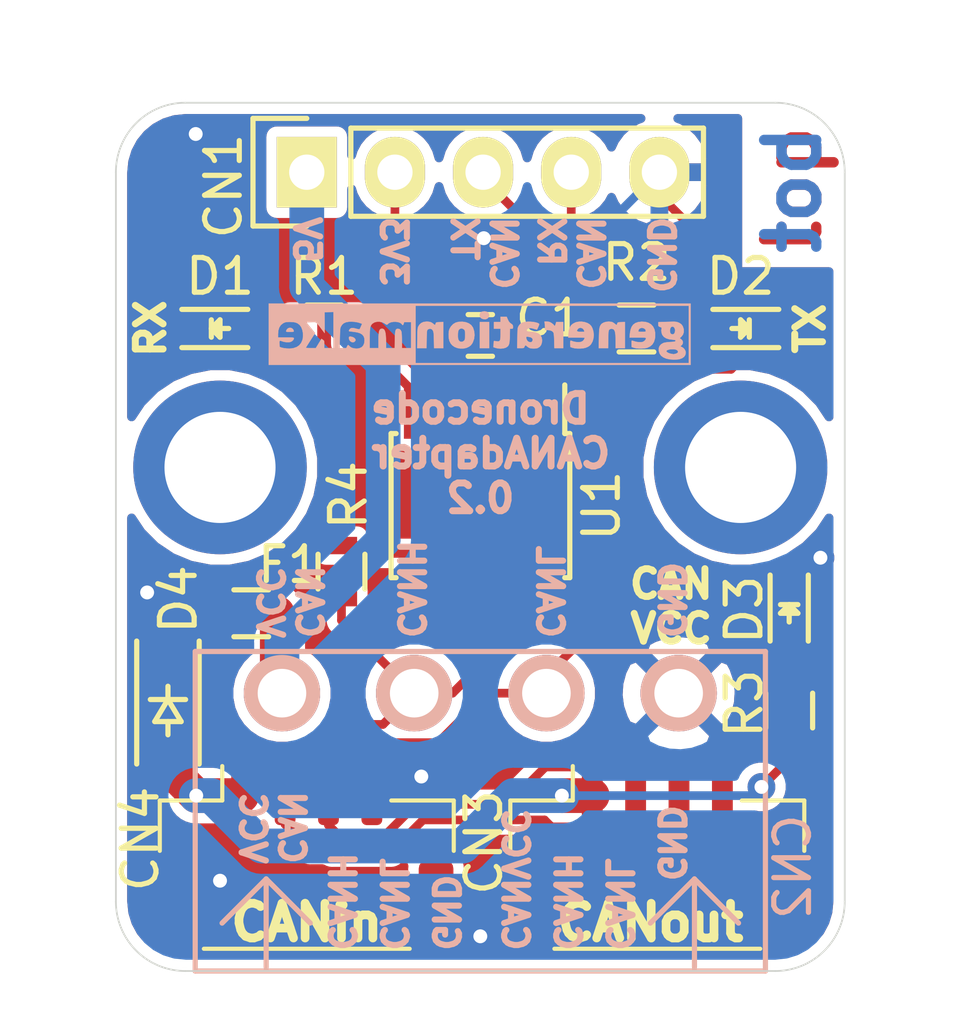
<source format=kicad_pcb>
(kicad_pcb (version 20171130) (host pcbnew 5.1.9-73d0e3b20d~88~ubuntu18.04.1)

  (general
    (thickness 1.6)
    (drawings 33)
    (tracks 152)
    (zones 0)
    (modules 18)
    (nets 13)
  )

  (page A4)
  (title_block
    (title DronecodeCANAdapter)
    (date 2021-01-02)
    (rev 0.2)
    (company generationmake)
  )

  (layers
    (0 F.Cu signal)
    (31 B.Cu signal)
    (32 B.Adhes user)
    (33 F.Adhes user)
    (34 B.Paste user)
    (35 F.Paste user)
    (36 B.SilkS user)
    (37 F.SilkS user)
    (38 B.Mask user)
    (39 F.Mask user)
    (40 Dwgs.User user)
    (41 Cmts.User user)
    (42 Eco1.User user)
    (43 Eco2.User user)
    (44 Edge.Cuts user)
    (45 Margin user)
    (46 B.CrtYd user)
    (47 F.CrtYd user)
    (48 B.Fab user)
    (49 F.Fab user)
  )

  (setup
    (last_trace_width 0.25)
    (user_trace_width 0.5)
    (user_trace_width 1)
    (trace_clearance 0.2)
    (zone_clearance 0.3)
    (zone_45_only no)
    (trace_min 0.2)
    (via_size 0.8)
    (via_drill 0.4)
    (via_min_size 0.4)
    (via_min_drill 0.3)
    (uvia_size 0.3)
    (uvia_drill 0.1)
    (uvias_allowed no)
    (uvia_min_size 0.2)
    (uvia_min_drill 0.1)
    (edge_width 0.05)
    (segment_width 0.2)
    (pcb_text_width 0.3)
    (pcb_text_size 1.5 1.5)
    (mod_edge_width 0.12)
    (mod_text_size 1 1)
    (mod_text_width 0.15)
    (pad_size 1.524 1.524)
    (pad_drill 0.762)
    (pad_to_mask_clearance 0)
    (aux_axis_origin 0 0)
    (visible_elements FFFDFF7F)
    (pcbplotparams
      (layerselection 0x010fc_ffffffff)
      (usegerberextensions false)
      (usegerberattributes true)
      (usegerberadvancedattributes true)
      (creategerberjobfile true)
      (excludeedgelayer true)
      (linewidth 0.100000)
      (plotframeref false)
      (viasonmask false)
      (mode 1)
      (useauxorigin false)
      (hpglpennumber 1)
      (hpglpenspeed 20)
      (hpglpendiameter 15.000000)
      (psnegative false)
      (psa4output false)
      (plotreference true)
      (plotvalue true)
      (plotinvisibletext false)
      (padsonsilk false)
      (subtractmaskfromsilk false)
      (outputformat 1)
      (mirror false)
      (drillshape 1)
      (scaleselection 1)
      (outputdirectory ""))
  )

  (net 0 "")
  (net 1 +3V3)
  (net 2 +5V)
  (net 3 GND)
  (net 4 /CANH)
  (net 5 /CANL)
  (net 6 /CANVCC)
  (net 7 /CAN_TX)
  (net 8 /CAN_RX)
  (net 9 /CANVCC_F)
  (net 10 "Net-(D2-Pad2)")
  (net 11 "Net-(D3-Pad2)")
  (net 12 "Net-(D1-Pad2)")

  (net_class Default "This is the default net class."
    (clearance 0.2)
    (trace_width 0.25)
    (via_dia 0.8)
    (via_drill 0.4)
    (uvia_dia 0.3)
    (uvia_drill 0.1)
    (add_net +3V3)
    (add_net +5V)
    (add_net /CANH)
    (add_net /CANL)
    (add_net /CANVCC)
    (add_net /CANVCC_F)
    (add_net /CAN_RX)
    (add_net /CAN_TX)
    (add_net GND)
    (add_net "Net-(D1-Pad2)")
    (add_net "Net-(D2-Pad2)")
    (add_net "Net-(D3-Pad2)")
  )

  (module Connector_JST:JST_GH_SM04B-GHS-TB_1x04-1MP_P1.25mm_Horizontal (layer F.Cu) (tedit 5B78AD87) (tstamp 5FD58E56)
    (at 153.1 113.3)
    (descr "JST GH series connector, SM04B-GHS-TB (http://www.jst-mfg.com/product/pdf/eng/eGH.pdf), generated with kicad-footprint-generator")
    (tags "connector JST GH top entry")
    (path /5FD75257)
    (attr smd)
    (fp_text reference CN3 (at -5 -0.5 90) (layer F.SilkS)
      (effects (font (size 1 1) (thickness 0.15)))
    )
    (fp_text value GH_SM04B-GHS-TB (at 0 3.9) (layer F.Fab)
      (effects (font (size 1 1) (thickness 0.15)))
    )
    (fp_line (start -4.125 -1.6) (end 4.125 -1.6) (layer F.Fab) (width 0.1))
    (fp_line (start -4.235 -0.26) (end -4.235 -1.71) (layer F.SilkS) (width 0.12))
    (fp_line (start -4.235 -1.71) (end -2.435 -1.71) (layer F.SilkS) (width 0.12))
    (fp_line (start -2.435 -1.71) (end -2.435 -2.7) (layer F.SilkS) (width 0.12))
    (fp_line (start 4.235 -0.26) (end 4.235 -1.71) (layer F.SilkS) (width 0.12))
    (fp_line (start 4.235 -1.71) (end 2.435 -1.71) (layer F.SilkS) (width 0.12))
    (fp_line (start -2.965 2.56) (end 2.965 2.56) (layer F.SilkS) (width 0.12))
    (fp_line (start -4.125 2.45) (end 4.125 2.45) (layer F.Fab) (width 0.1))
    (fp_line (start -4.125 -1.6) (end -4.125 2.45) (layer F.Fab) (width 0.1))
    (fp_line (start 4.125 -1.6) (end 4.125 2.45) (layer F.Fab) (width 0.1))
    (fp_line (start -4.72 -3.2) (end -4.72 3.2) (layer F.CrtYd) (width 0.05))
    (fp_line (start -4.72 3.2) (end 4.72 3.2) (layer F.CrtYd) (width 0.05))
    (fp_line (start 4.72 3.2) (end 4.72 -3.2) (layer F.CrtYd) (width 0.05))
    (fp_line (start 4.72 -3.2) (end -4.72 -3.2) (layer F.CrtYd) (width 0.05))
    (fp_line (start -2.375 -1.6) (end -1.875 -0.892893) (layer F.Fab) (width 0.1))
    (fp_line (start -1.875 -0.892893) (end -1.375 -1.6) (layer F.Fab) (width 0.1))
    (fp_text user %R (at 0 0) (layer F.Fab)
      (effects (font (size 1 1) (thickness 0.15)))
    )
    (pad 1 smd roundrect (at -1.875 -1.85) (size 0.6 1.7) (layers F.Cu F.Paste F.Mask) (roundrect_rratio 0.25)
      (net 6 /CANVCC))
    (pad 2 smd roundrect (at -0.625 -1.85) (size 0.6 1.7) (layers F.Cu F.Paste F.Mask) (roundrect_rratio 0.25)
      (net 4 /CANH))
    (pad 3 smd roundrect (at 0.625 -1.85) (size 0.6 1.7) (layers F.Cu F.Paste F.Mask) (roundrect_rratio 0.25)
      (net 5 /CANL))
    (pad 4 smd roundrect (at 1.875 -1.85) (size 0.6 1.7) (layers F.Cu F.Paste F.Mask) (roundrect_rratio 0.25)
      (net 3 GND))
    (pad MP smd roundrect (at -3.725 1.35) (size 1 2.7) (layers F.Cu F.Paste F.Mask) (roundrect_rratio 0.25))
    (pad MP smd roundrect (at 3.725 1.35) (size 1 2.7) (layers F.Cu F.Paste F.Mask) (roundrect_rratio 0.25))
    (model ${KISYS3DMOD}/Connector_JST.3dshapes/JST_GH_SM04B-GHS-TB_1x04-1MP_P1.25mm_Horizontal.wrl
      (at (xyz 0 0 0))
      (scale (xyz 1 1 1))
      (rotate (xyz 0 0 0))
    )
  )

  (module Connector_JST:JST_GH_SM04B-GHS-TB_1x04-1MP_P1.25mm_Horizontal (layer F.Cu) (tedit 5B78AD87) (tstamp 5FD58E71)
    (at 143 113.3)
    (descr "JST GH series connector, SM04B-GHS-TB (http://www.jst-mfg.com/product/pdf/eng/eGH.pdf), generated with kicad-footprint-generator")
    (tags "connector JST GH top entry")
    (path /5FD7526B)
    (attr smd)
    (fp_text reference CN4 (at -4.8 -0.6 90) (layer F.SilkS)
      (effects (font (size 1 1) (thickness 0.15)))
    )
    (fp_text value GH_SM04B-GHS-TB (at 0 3.9) (layer F.Fab)
      (effects (font (size 1 1) (thickness 0.15)))
    )
    (fp_line (start -1.875 -0.892893) (end -1.375 -1.6) (layer F.Fab) (width 0.1))
    (fp_line (start -2.375 -1.6) (end -1.875 -0.892893) (layer F.Fab) (width 0.1))
    (fp_line (start 4.72 -3.2) (end -4.72 -3.2) (layer F.CrtYd) (width 0.05))
    (fp_line (start 4.72 3.2) (end 4.72 -3.2) (layer F.CrtYd) (width 0.05))
    (fp_line (start -4.72 3.2) (end 4.72 3.2) (layer F.CrtYd) (width 0.05))
    (fp_line (start -4.72 -3.2) (end -4.72 3.2) (layer F.CrtYd) (width 0.05))
    (fp_line (start 4.125 -1.6) (end 4.125 2.45) (layer F.Fab) (width 0.1))
    (fp_line (start -4.125 -1.6) (end -4.125 2.45) (layer F.Fab) (width 0.1))
    (fp_line (start -4.125 2.45) (end 4.125 2.45) (layer F.Fab) (width 0.1))
    (fp_line (start -2.965 2.56) (end 2.965 2.56) (layer F.SilkS) (width 0.12))
    (fp_line (start 4.235 -1.71) (end 2.435 -1.71) (layer F.SilkS) (width 0.12))
    (fp_line (start 4.235 -0.26) (end 4.235 -1.71) (layer F.SilkS) (width 0.12))
    (fp_line (start -2.435 -1.71) (end -2.435 -2.7) (layer F.SilkS) (width 0.12))
    (fp_line (start -4.235 -1.71) (end -2.435 -1.71) (layer F.SilkS) (width 0.12))
    (fp_line (start -4.235 -0.26) (end -4.235 -1.71) (layer F.SilkS) (width 0.12))
    (fp_line (start -4.125 -1.6) (end 4.125 -1.6) (layer F.Fab) (width 0.1))
    (fp_text user %R (at 0 0) (layer F.Fab)
      (effects (font (size 1 1) (thickness 0.15)))
    )
    (pad MP smd roundrect (at 3.725 1.35) (size 1 2.7) (layers F.Cu F.Paste F.Mask) (roundrect_rratio 0.25))
    (pad MP smd roundrect (at -3.725 1.35) (size 1 2.7) (layers F.Cu F.Paste F.Mask) (roundrect_rratio 0.25))
    (pad 4 smd roundrect (at 1.875 -1.85) (size 0.6 1.7) (layers F.Cu F.Paste F.Mask) (roundrect_rratio 0.25)
      (net 3 GND))
    (pad 3 smd roundrect (at 0.625 -1.85) (size 0.6 1.7) (layers F.Cu F.Paste F.Mask) (roundrect_rratio 0.25)
      (net 5 /CANL))
    (pad 2 smd roundrect (at -0.625 -1.85) (size 0.6 1.7) (layers F.Cu F.Paste F.Mask) (roundrect_rratio 0.25)
      (net 4 /CANH))
    (pad 1 smd roundrect (at -1.875 -1.85) (size 0.6 1.7) (layers F.Cu F.Paste F.Mask) (roundrect_rratio 0.25)
      (net 6 /CANVCC))
    (model ${KISYS3DMOD}/Connector_JST.3dshapes/JST_GH_SM04B-GHS-TB_1x04-1MP_P1.25mm_Horizontal.wrl
      (at (xyz 0 0 0))
      (scale (xyz 1 1 1))
      (rotate (xyz 0 0 0))
    )
  )

  (module diodes:SOD-123 (layer F.Cu) (tedit 5530FCB9) (tstamp 5FD58E83)
    (at 139 109 270)
    (descr SOD-123)
    (tags SOD-123)
    (path /5FD7527E)
    (attr smd)
    (fp_text reference D4 (at -3.2 -0.3 90) (layer F.SilkS)
      (effects (font (size 1 1) (thickness 0.15)))
    )
    (fp_text value DNI (at 0 2.1 90) (layer F.Fab)
      (effects (font (size 1 1) (thickness 0.15)))
    )
    (fp_line (start 0.3175 0) (end 0.6985 0) (layer F.SilkS) (width 0.15))
    (fp_line (start -0.6985 0) (end -0.3175 0) (layer F.SilkS) (width 0.15))
    (fp_line (start -0.3175 0) (end 0.3175 -0.381) (layer F.SilkS) (width 0.15))
    (fp_line (start 0.3175 -0.381) (end 0.3175 0.381) (layer F.SilkS) (width 0.15))
    (fp_line (start 0.3175 0.381) (end -0.3175 0) (layer F.SilkS) (width 0.15))
    (fp_line (start -0.3175 -0.508) (end -0.3175 0.508) (layer F.SilkS) (width 0.15))
    (fp_line (start -2.25 -1.05) (end 2.25 -1.05) (layer F.CrtYd) (width 0.05))
    (fp_line (start 2.25 -1.05) (end 2.25 1.05) (layer F.CrtYd) (width 0.05))
    (fp_line (start 2.25 1.05) (end -2.25 1.05) (layer F.CrtYd) (width 0.05))
    (fp_line (start -2.25 -1.05) (end -2.25 1.05) (layer F.CrtYd) (width 0.05))
    (fp_line (start -2 0.9) (end 1.54 0.9) (layer F.SilkS) (width 0.15))
    (fp_line (start -2 -0.9) (end 1.54 -0.9) (layer F.SilkS) (width 0.15))
    (pad 1 smd rect (at -1.635 0 270) (size 0.91 1.22) (layers F.Cu F.Paste F.Mask)
      (net 9 /CANVCC_F))
    (pad 2 smd rect (at 1.635 0 270) (size 0.91 1.22) (layers F.Cu F.Paste F.Mask)
      (net 6 /CANVCC))
    (model diodes.3dshapes/SOD-123.wrl
      (at (xyz 0 0 0))
      (scale (xyz 1 1 1))
      (rotate (xyz 0 0 0))
    )
  )

  (module CON_wuerth:WR-TBL_691322310004 (layer B.Cu) (tedit 5E98C88D) (tstamp 5FDC1975)
    (at 148 108.5 180)
    (tags "WR-TBL Series 322 3.81 mm Horizontal PCB Header")
    (path /5FD75207)
    (fp_text reference CN2 (at -9 -5 270) (layer B.SilkS)
      (effects (font (size 1 1) (thickness 0.15)) (justify mirror))
    )
    (fp_text value 691322310004 (at 0 3.81) (layer B.Fab) hide
      (effects (font (size 1 1) (thickness 0.15)) (justify mirror))
    )
    (fp_line (start 6.17 -5.35) (end 7.44 -6.62) (layer B.SilkS) (width 0.15))
    (fp_line (start 6.17 -5.35) (end 4.9 -6.62) (layer B.SilkS) (width 0.15))
    (fp_line (start 6.17 -5.35) (end 6.17 -7.89) (layer B.SilkS) (width 0.15))
    (fp_line (start -6.17 -5.35) (end -4.9 -6.62) (layer B.SilkS) (width 0.15))
    (fp_line (start -6.17 -5.35) (end -7.44 -6.62) (layer B.SilkS) (width 0.15))
    (fp_line (start -6.17 -7.89) (end -6.17 -5.35) (layer B.SilkS) (width 0.15))
    (fp_line (start -8.215 1.2) (end -8.215 -8) (layer B.SilkS) (width 0.15))
    (fp_line (start -8.215 -8) (end 8.215 -8) (layer B.SilkS) (width 0.15))
    (fp_line (start 8.215 1.2) (end 8.215 -8) (layer B.SilkS) (width 0.15))
    (fp_line (start -8.215 1.2) (end 8.215 1.2) (layer B.SilkS) (width 0.15))
    (pad 4 thru_hole circle (at 5.715 0 180) (size 2.2 2.2) (drill 1.4) (layers *.Cu *.Mask B.SilkS)
      (net 2 +5V))
    (pad 1 thru_hole circle (at -5.715 0 180) (size 2.2 2.2) (drill 1.4) (layers *.Cu *.Mask B.SilkS)
      (net 3 GND))
    (pad 2 thru_hole circle (at -1.905 0 180) (size 2.2 2.2) (drill 1.4) (layers *.Cu *.Mask B.SilkS)
      (net 5 /CANL))
    (pad 3 thru_hole circle (at 1.905 0 180) (size 2.2 2.2) (drill 1.4) (layers *.Cu *.Mask B.SilkS)
      (net 4 /CANH))
    (model ${KISYS3DMOD}/CON_wuerth/691322310004_Download_STP_691322310004_rev1.stp
      (offset (xyz 0 -3.5 3.5))
      (scale (xyz 1 1 1))
      (rotate (xyz 90 0 180))
    )
  )

  (module LEDs:LED_0603 (layer F.Cu) (tedit 5BA75E43) (tstamp 5FF0341A)
    (at 156.9 106.2 270)
    (descr "LED 0603 smd package")
    (tags "LED led 0603 SMD smd SMT smt smdled SMDLED smtled SMTLED")
    (path /5FF239FB)
    (attr smd)
    (fp_text reference D3 (at -0.1 1.3 90) (layer F.SilkS)
      (effects (font (size 1 1) (thickness 0.15)))
    )
    (fp_text value 150060YS75000 (at 0 1.5 90) (layer F.Fab)
      (effects (font (size 1 1) (thickness 0.15)))
    )
    (fp_line (start -1.1 0.55) (end 0.8 0.55) (layer F.SilkS) (width 0.15))
    (fp_line (start -1.1 -0.55) (end 0.8 -0.55) (layer F.SilkS) (width 0.15))
    (fp_line (start -0.2 0) (end 0.25 0) (layer F.SilkS) (width 0.15))
    (fp_line (start -0.25 -0.25) (end -0.25 0.25) (layer F.SilkS) (width 0.15))
    (fp_line (start -0.25 0) (end 0 -0.25) (layer F.SilkS) (width 0.15))
    (fp_line (start 0 -0.25) (end 0 0.25) (layer F.SilkS) (width 0.15))
    (fp_line (start 0 0.25) (end -0.25 0) (layer F.SilkS) (width 0.15))
    (fp_line (start 1.4 -0.75) (end 1.4 0.75) (layer F.CrtYd) (width 0.05))
    (fp_line (start 1.4 0.75) (end -1.4 0.75) (layer F.CrtYd) (width 0.05))
    (fp_line (start -1.4 0.75) (end -1.4 -0.75) (layer F.CrtYd) (width 0.05))
    (fp_line (start -1.4 -0.75) (end 1.4 -0.75) (layer F.CrtYd) (width 0.05))
    (pad 2 smd rect (at 0.7493 0 90) (size 0.79756 0.79756) (layers F.Cu F.Paste F.Mask)
      (net 11 "Net-(D3-Pad2)"))
    (pad 1 smd rect (at -0.7493 0 90) (size 0.79756 0.79756) (layers F.Cu F.Paste F.Mask)
      (net 3 GND))
    (model LED_SMD.3dshapes/LED_0603_1608Metric.wrl
      (at (xyz 0 0 0))
      (scale (xyz 1 1 1))
      (rotate (xyz 0 0 180))
    )
  )

  (module resistors:R_0603 (layer F.Cu) (tedit 5415CC62) (tstamp 5FF03426)
    (at 141.4 106.2 180)
    (descr "Resistor SMD 0603, reflow soldering, Vishay (see dcrcw.pdf)")
    (tags "resistor 0603")
    (path /5FF07EC2)
    (attr smd)
    (fp_text reference F1 (at -1.1 1.4) (layer F.SilkS)
      (effects (font (size 1 1) (thickness 0.15)))
    )
    (fp_text value 0ZCM0020FF2G (at 0 1.9) (layer F.Fab)
      (effects (font (size 1 1) (thickness 0.15)))
    )
    (fp_line (start -0.5 -0.675) (end 0.5 -0.675) (layer F.SilkS) (width 0.15))
    (fp_line (start 0.5 0.675) (end -0.5 0.675) (layer F.SilkS) (width 0.15))
    (fp_line (start 1.3 -0.8) (end 1.3 0.8) (layer F.CrtYd) (width 0.05))
    (fp_line (start -1.3 -0.8) (end -1.3 0.8) (layer F.CrtYd) (width 0.05))
    (fp_line (start -1.3 0.8) (end 1.3 0.8) (layer F.CrtYd) (width 0.05))
    (fp_line (start -1.3 -0.8) (end 1.3 -0.8) (layer F.CrtYd) (width 0.05))
    (pad 2 smd rect (at 0.75 0 180) (size 0.5 0.9) (layers F.Cu F.Paste F.Mask)
      (net 9 /CANVCC_F))
    (pad 1 smd rect (at -0.75 0 180) (size 0.5 0.9) (layers F.Cu F.Paste F.Mask)
      (net 2 +5V))
    (model resistors.3dshapes/R_0603.wrl
      (at (xyz 0 0 0))
      (scale (xyz 1 1 1))
      (rotate (xyz 0 0 0))
    )
  )

  (module resistors:R_0603 (layer F.Cu) (tedit 5415CC62) (tstamp 5FF04E9B)
    (at 156.9 109 90)
    (descr "Resistor SMD 0603, reflow soldering, Vishay (see dcrcw.pdf)")
    (tags "resistor 0603")
    (path /5FF23B7B)
    (attr smd)
    (fp_text reference R3 (at 0.2 -1.3 90) (layer F.SilkS)
      (effects (font (size 1 1) (thickness 0.15)))
    )
    (fp_text value 2k (at 0 1.9 90) (layer F.Fab)
      (effects (font (size 1 1) (thickness 0.15)))
    )
    (fp_line (start -1.3 -0.8) (end 1.3 -0.8) (layer F.CrtYd) (width 0.05))
    (fp_line (start -1.3 0.8) (end 1.3 0.8) (layer F.CrtYd) (width 0.05))
    (fp_line (start -1.3 -0.8) (end -1.3 0.8) (layer F.CrtYd) (width 0.05))
    (fp_line (start 1.3 -0.8) (end 1.3 0.8) (layer F.CrtYd) (width 0.05))
    (fp_line (start 0.5 0.675) (end -0.5 0.675) (layer F.SilkS) (width 0.15))
    (fp_line (start -0.5 -0.675) (end 0.5 -0.675) (layer F.SilkS) (width 0.15))
    (pad 1 smd rect (at -0.75 0 90) (size 0.5 0.9) (layers F.Cu F.Paste F.Mask)
      (net 6 /CANVCC))
    (pad 2 smd rect (at 0.75 0 90) (size 0.5 0.9) (layers F.Cu F.Paste F.Mask)
      (net 11 "Net-(D3-Pad2)"))
    (model resistors.3dshapes/R_0603.wrl
      (at (xyz 0 0 0))
      (scale (xyz 1 1 1))
      (rotate (xyz 0 0 0))
    )
  )

  (module capacitors:C_0603 (layer F.Cu) (tedit 5415D631) (tstamp 5FF048F9)
    (at 148 98.2)
    (descr "Capacitor SMD 0603, reflow soldering, AVX (see smccp.pdf)")
    (tags "capacitor 0603")
    (path /5FD75213)
    (attr smd)
    (fp_text reference C1 (at 2 -0.5) (layer F.SilkS)
      (effects (font (size 1 1) (thickness 0.15)))
    )
    (fp_text value 100nF (at 0 1.9) (layer F.Fab)
      (effects (font (size 1 1) (thickness 0.15)))
    )
    (fp_line (start 0.35 0.6) (end -0.35 0.6) (layer F.SilkS) (width 0.15))
    (fp_line (start -0.35 -0.6) (end 0.35 -0.6) (layer F.SilkS) (width 0.15))
    (fp_line (start 1.45 -0.75) (end 1.45 0.75) (layer F.CrtYd) (width 0.05))
    (fp_line (start -1.45 -0.75) (end -1.45 0.75) (layer F.CrtYd) (width 0.05))
    (fp_line (start -1.45 0.75) (end 1.45 0.75) (layer F.CrtYd) (width 0.05))
    (fp_line (start -1.45 -0.75) (end 1.45 -0.75) (layer F.CrtYd) (width 0.05))
    (pad 1 smd rect (at -0.75 0) (size 0.8 0.75) (layers F.Cu F.Paste F.Mask)
      (net 1 +3V3))
    (pad 2 smd rect (at 0.75 0) (size 0.8 0.75) (layers F.Cu F.Paste F.Mask)
      (net 3 GND))
    (model capacitors.3dshapes/C_0603.wrl
      (at (xyz 0 0 0))
      (scale (xyz 1 1 1))
      (rotate (xyz 0 0 0))
    )
  )

  (module pin_headers:Pin_Header_Straight_1x05 (layer F.Cu) (tedit 54EA0684) (tstamp 5FF0490D)
    (at 143 93.5 90)
    (descr "Through hole pin header")
    (tags "pin header")
    (path /5FF2C218)
    (fp_text reference CN1 (at -0.4 -2.4 90) (layer F.SilkS)
      (effects (font (size 1 1) (thickness 0.15)))
    )
    (fp_text value CONN_01X05 (at 0 -3.1 90) (layer F.Fab)
      (effects (font (size 1 1) (thickness 0.15)))
    )
    (fp_line (start 1.27 1.27) (end -1.27 1.27) (layer F.SilkS) (width 0.15))
    (fp_line (start -1.27 11.43) (end -1.27 1.27) (layer F.SilkS) (width 0.15))
    (fp_line (start 1.27 11.43) (end -1.27 11.43) (layer F.SilkS) (width 0.15))
    (fp_line (start 1.27 1.27) (end 1.27 11.43) (layer F.SilkS) (width 0.15))
    (fp_line (start -1.75 11.95) (end 1.75 11.95) (layer F.CrtYd) (width 0.05))
    (fp_line (start -1.75 -1.75) (end 1.75 -1.75) (layer F.CrtYd) (width 0.05))
    (fp_line (start 1.75 -1.75) (end 1.75 11.95) (layer F.CrtYd) (width 0.05))
    (fp_line (start -1.75 -1.75) (end -1.75 11.95) (layer F.CrtYd) (width 0.05))
    (fp_line (start 1.55 -1.55) (end 1.55 0) (layer F.SilkS) (width 0.15))
    (fp_line (start -1.55 -1.55) (end 1.55 -1.55) (layer F.SilkS) (width 0.15))
    (fp_line (start -1.55 0) (end -1.55 -1.55) (layer F.SilkS) (width 0.15))
    (pad 1 thru_hole rect (at 0 0 90) (size 2.032 1.7272) (drill 1.016) (layers *.Cu *.Mask F.SilkS)
      (net 2 +5V))
    (pad 2 thru_hole oval (at 0 2.54 90) (size 2.032 1.7272) (drill 1.016) (layers *.Cu *.Mask F.SilkS)
      (net 1 +3V3))
    (pad 3 thru_hole oval (at 0 5.08 90) (size 2.032 1.7272) (drill 1.016) (layers *.Cu *.Mask F.SilkS)
      (net 7 /CAN_TX))
    (pad 4 thru_hole oval (at 0 7.62 90) (size 2.032 1.7272) (drill 1.016) (layers *.Cu *.Mask F.SilkS)
      (net 8 /CAN_RX))
    (pad 5 thru_hole oval (at 0 10.16 90) (size 2.032 1.7272) (drill 1.016) (layers *.Cu *.Mask F.SilkS)
      (net 3 GND))
    (model Pin_Headers.3dshapes/Pin_Header_Straight_1x05.wrl
      (offset (xyz 0 -5.079999923706055 0))
      (scale (xyz 1 1 1))
      (rotate (xyz 0 0 90))
    )
  )

  (module LEDs:LED_0603 (layer F.Cu) (tedit 5BA75E43) (tstamp 5FF04BDB)
    (at 140.5 98)
    (descr "LED 0603 smd package")
    (tags "LED led 0603 SMD smd SMT smt smdled SMDLED smtled SMTLED")
    (path /5FF1A54D)
    (attr smd)
    (fp_text reference D1 (at 0 -1.5) (layer F.SilkS)
      (effects (font (size 1 1) (thickness 0.15)))
    )
    (fp_text value 150060GS75000 (at 0 1.5) (layer F.Fab)
      (effects (font (size 1 1) (thickness 0.15)))
    )
    (fp_line (start -1.4 -0.75) (end 1.4 -0.75) (layer F.CrtYd) (width 0.05))
    (fp_line (start -1.4 0.75) (end -1.4 -0.75) (layer F.CrtYd) (width 0.05))
    (fp_line (start 1.4 0.75) (end -1.4 0.75) (layer F.CrtYd) (width 0.05))
    (fp_line (start 1.4 -0.75) (end 1.4 0.75) (layer F.CrtYd) (width 0.05))
    (fp_line (start 0 0.25) (end -0.25 0) (layer F.SilkS) (width 0.15))
    (fp_line (start 0 -0.25) (end 0 0.25) (layer F.SilkS) (width 0.15))
    (fp_line (start -0.25 0) (end 0 -0.25) (layer F.SilkS) (width 0.15))
    (fp_line (start -0.25 -0.25) (end -0.25 0.25) (layer F.SilkS) (width 0.15))
    (fp_line (start -0.2 0) (end 0.25 0) (layer F.SilkS) (width 0.15))
    (fp_line (start -1.1 -0.55) (end 0.8 -0.55) (layer F.SilkS) (width 0.15))
    (fp_line (start -1.1 0.55) (end 0.8 0.55) (layer F.SilkS) (width 0.15))
    (pad 2 smd rect (at 0.7493 0 180) (size 0.79756 0.79756) (layers F.Cu F.Paste F.Mask)
      (net 12 "Net-(D1-Pad2)"))
    (pad 1 smd rect (at -0.7493 0 180) (size 0.79756 0.79756) (layers F.Cu F.Paste F.Mask)
      (net 3 GND))
    (model LED_SMD.3dshapes/LED_0603_1608Metric.wrl
      (at (xyz 0 0 0))
      (scale (xyz 1 1 1))
      (rotate (xyz 0 0 180))
    )
  )

  (module LEDs:LED_0603 (layer F.Cu) (tedit 5BA75E43) (tstamp 5FF0492F)
    (at 155.5 98 180)
    (descr "LED 0603 smd package")
    (tags "LED led 0603 SMD smd SMT smt smdled SMDLED smtled SMTLED")
    (path /5FF1E649)
    (attr smd)
    (fp_text reference D2 (at 0 1.5) (layer F.SilkS)
      (effects (font (size 1 1) (thickness 0.15)))
    )
    (fp_text value 150060RS75000 (at 0 1.5) (layer F.Fab)
      (effects (font (size 1 1) (thickness 0.15)))
    )
    (fp_line (start -1.1 0.55) (end 0.8 0.55) (layer F.SilkS) (width 0.15))
    (fp_line (start -1.1 -0.55) (end 0.8 -0.55) (layer F.SilkS) (width 0.15))
    (fp_line (start -0.2 0) (end 0.25 0) (layer F.SilkS) (width 0.15))
    (fp_line (start -0.25 -0.25) (end -0.25 0.25) (layer F.SilkS) (width 0.15))
    (fp_line (start -0.25 0) (end 0 -0.25) (layer F.SilkS) (width 0.15))
    (fp_line (start 0 -0.25) (end 0 0.25) (layer F.SilkS) (width 0.15))
    (fp_line (start 0 0.25) (end -0.25 0) (layer F.SilkS) (width 0.15))
    (fp_line (start 1.4 -0.75) (end 1.4 0.75) (layer F.CrtYd) (width 0.05))
    (fp_line (start 1.4 0.75) (end -1.4 0.75) (layer F.CrtYd) (width 0.05))
    (fp_line (start -1.4 0.75) (end -1.4 -0.75) (layer F.CrtYd) (width 0.05))
    (fp_line (start -1.4 -0.75) (end 1.4 -0.75) (layer F.CrtYd) (width 0.05))
    (pad 1 smd rect (at -0.7493 0) (size 0.79756 0.79756) (layers F.Cu F.Paste F.Mask)
      (net 3 GND))
    (pad 2 smd rect (at 0.7493 0) (size 0.79756 0.79756) (layers F.Cu F.Paste F.Mask)
      (net 10 "Net-(D2-Pad2)"))
    (model LED_SMD.3dshapes/LED_0603_1608Metric.wrl
      (at (xyz 0 0 0))
      (scale (xyz 1 1 1))
      (rotate (xyz 0 0 180))
    )
  )

  (module MECH_mounting_holes:MHP_3.2_5.0 (layer F.Cu) (tedit 5E98070A) (tstamp 5FF04F36)
    (at 140.5 102)
    (descr "Mounting hole plated, 3.2mm drill, 5.0mm diameter")
    (tags "Mounting hole plated, 3.2mm drill, 5.0mm diameter")
    (path /5FF35FFC)
    (fp_text reference MECH1 (at 0 0.5) (layer F.SilkS) hide
      (effects (font (size 1 1) (thickness 0.15)))
    )
    (fp_text value MHP_3.2_5.0 (at 0 -0.5) (layer F.Fab)
      (effects (font (size 1 1) (thickness 0.15)))
    )
    (pad 1 thru_hole circle (at 0 0) (size 5 5) (drill 3.2) (layers *.Cu *.Mask))
  )

  (module MECH_mounting_holes:MHP_3.2_5.0 (layer F.Cu) (tedit 5E98070A) (tstamp 5FF0494B)
    (at 155.5 102)
    (descr "Mounting hole plated, 3.2mm drill, 5.0mm diameter")
    (tags "Mounting hole plated, 3.2mm drill, 5.0mm diameter")
    (path /5FF376EB)
    (fp_text reference MECH2 (at 0 0.5) (layer F.SilkS) hide
      (effects (font (size 1 1) (thickness 0.15)))
    )
    (fp_text value MHP_3.2_5.0 (at 0 -0.5) (layer F.Fab)
      (effects (font (size 1 1) (thickness 0.15)))
    )
    (pad 1 thru_hole circle (at 0 0) (size 5 5) (drill 3.2) (layers *.Cu *.Mask))
  )

  (module resistors:R_0603 (layer F.Cu) (tedit 5415CC62) (tstamp 5FF04957)
    (at 143.5 98 180)
    (descr "Resistor SMD 0603, reflow soldering, Vishay (see dcrcw.pdf)")
    (tags "resistor 0603")
    (path /5FF1C600)
    (attr smd)
    (fp_text reference R1 (at 0 1.5) (layer F.SilkS)
      (effects (font (size 1 1) (thickness 0.15)))
    )
    (fp_text value 1k (at 0 1.9) (layer F.Fab)
      (effects (font (size 1 1) (thickness 0.15)))
    )
    (fp_line (start -0.5 -0.675) (end 0.5 -0.675) (layer F.SilkS) (width 0.15))
    (fp_line (start 0.5 0.675) (end -0.5 0.675) (layer F.SilkS) (width 0.15))
    (fp_line (start 1.3 -0.8) (end 1.3 0.8) (layer F.CrtYd) (width 0.05))
    (fp_line (start -1.3 -0.8) (end -1.3 0.8) (layer F.CrtYd) (width 0.05))
    (fp_line (start -1.3 0.8) (end 1.3 0.8) (layer F.CrtYd) (width 0.05))
    (fp_line (start -1.3 -0.8) (end 1.3 -0.8) (layer F.CrtYd) (width 0.05))
    (pad 1 smd rect (at -0.75 0 180) (size 0.5 0.9) (layers F.Cu F.Paste F.Mask)
      (net 8 /CAN_RX))
    (pad 2 smd rect (at 0.75 0 180) (size 0.5 0.9) (layers F.Cu F.Paste F.Mask)
      (net 12 "Net-(D1-Pad2)"))
    (model resistors.3dshapes/R_0603.wrl
      (at (xyz 0 0 0))
      (scale (xyz 1 1 1))
      (rotate (xyz 0 0 0))
    )
  )

  (module resistors:R_0603 (layer F.Cu) (tedit 5415CC62) (tstamp 5FF04963)
    (at 152.5 98)
    (descr "Resistor SMD 0603, reflow soldering, Vishay (see dcrcw.pdf)")
    (tags "resistor 0603")
    (path /5FF1E7A3)
    (attr smd)
    (fp_text reference R2 (at 0 -1.9) (layer F.SilkS)
      (effects (font (size 1 1) (thickness 0.15)))
    )
    (fp_text value 1k (at 0 1.9) (layer F.Fab)
      (effects (font (size 1 1) (thickness 0.15)))
    )
    (fp_line (start -1.3 -0.8) (end 1.3 -0.8) (layer F.CrtYd) (width 0.05))
    (fp_line (start -1.3 0.8) (end 1.3 0.8) (layer F.CrtYd) (width 0.05))
    (fp_line (start -1.3 -0.8) (end -1.3 0.8) (layer F.CrtYd) (width 0.05))
    (fp_line (start 1.3 -0.8) (end 1.3 0.8) (layer F.CrtYd) (width 0.05))
    (fp_line (start 0.5 0.675) (end -0.5 0.675) (layer F.SilkS) (width 0.15))
    (fp_line (start -0.5 -0.675) (end 0.5 -0.675) (layer F.SilkS) (width 0.15))
    (pad 2 smd rect (at 0.75 0) (size 0.5 0.9) (layers F.Cu F.Paste F.Mask)
      (net 10 "Net-(D2-Pad2)"))
    (pad 1 smd rect (at -0.75 0) (size 0.5 0.9) (layers F.Cu F.Paste F.Mask)
      (net 7 /CAN_TX))
    (model resistors.3dshapes/R_0603.wrl
      (at (xyz 0 0 0))
      (scale (xyz 1 1 1))
      (rotate (xyz 0 0 0))
    )
  )

  (module resistors:R_0603 (layer F.Cu) (tedit 5415CC62) (tstamp 5FF0496F)
    (at 144 105 270)
    (descr "Resistor SMD 0603, reflow soldering, Vishay (see dcrcw.pdf)")
    (tags "resistor 0603")
    (path /5FD751AC)
    (attr smd)
    (fp_text reference R4 (at -2.2 -0.2 90) (layer F.SilkS)
      (effects (font (size 1 1) (thickness 0.15)))
    )
    (fp_text value DNI (at 0 1.9 90) (layer F.Fab)
      (effects (font (size 1 1) (thickness 0.15)))
    )
    (fp_line (start -0.5 -0.675) (end 0.5 -0.675) (layer F.SilkS) (width 0.15))
    (fp_line (start 0.5 0.675) (end -0.5 0.675) (layer F.SilkS) (width 0.15))
    (fp_line (start 1.3 -0.8) (end 1.3 0.8) (layer F.CrtYd) (width 0.05))
    (fp_line (start -1.3 -0.8) (end -1.3 0.8) (layer F.CrtYd) (width 0.05))
    (fp_line (start -1.3 0.8) (end 1.3 0.8) (layer F.CrtYd) (width 0.05))
    (fp_line (start -1.3 -0.8) (end 1.3 -0.8) (layer F.CrtYd) (width 0.05))
    (pad 1 smd rect (at -0.75 0 270) (size 0.5 0.9) (layers F.Cu F.Paste F.Mask)
      (net 5 /CANL))
    (pad 2 smd rect (at 0.75 0 270) (size 0.5 0.9) (layers F.Cu F.Paste F.Mask)
      (net 4 /CANH))
    (model resistors.3dshapes/R_0603.wrl
      (at (xyz 0 0 0))
      (scale (xyz 1 1 1))
      (rotate (xyz 0 0 0))
    )
  )

  (module labels:generationmake_small_silk (layer B.Cu) (tedit 0) (tstamp 5FF05603)
    (at 148 100.8 180)
    (path /5FD7A91A)
    (fp_text reference L1 (at 0 0) (layer B.SilkS) hide
      (effects (font (size 1.524 1.524) (thickness 0.3)) (justify mirror))
    )
    (fp_text value Label (at 0.75 0) (layer B.SilkS) hide
      (effects (font (size 1.524 1.524) (thickness 0.3)) (justify mirror))
    )
    (fp_poly (pts (xy 6.096 1.7526) (xy -6.0579 1.7526) (xy -6.0579 3.4544) (xy -6.0071 3.4544)
      (xy -6.0071 1.8034) (xy 1.8669 1.8034) (xy 1.8669 2.9845) (xy 1.9939 2.9845)
      (xy 1.9939 2.2352) (xy 2.2606 2.2352) (xy 2.26067 2.447925) (xy 2.261481 2.522761)
      (xy 2.263674 2.592164) (xy 2.26697 2.650643) (xy 2.271087 2.692705) (xy 2.274 2.708396)
      (xy 2.297504 2.755365) (xy 2.33456 2.784397) (xy 2.380628 2.792037) (xy 2.38351 2.791748)
      (xy 2.406427 2.78624) (xy 2.424203 2.77368) (xy 2.437555 2.751146) (xy 2.4472 2.715716)
      (xy 2.453856 2.664468) (xy 2.45824 2.594479) (xy 2.46107 2.502827) (xy 2.461673 2.473325)
      (xy 2.466179 2.2352) (xy 2.7178 2.2352) (xy 2.718055 2.403475) (xy 2.720134 2.519882)
      (xy 2.72634 2.612992) (xy 2.737211 2.684655) (xy 2.753288 2.736722) (xy 2.775108 2.77104)
      (xy 2.803212 2.789461) (xy 2.831886 2.794) (xy 2.861969 2.789664) (xy 2.885782 2.775077)
      (xy 2.903972 2.747875) (xy 2.917187 2.705692) (xy 2.926074 2.646162) (xy 2.931282 2.56692)
      (xy 2.933459 2.465601) (xy 2.933626 2.422525) (xy 2.9337 2.2352) (xy 3.1877 2.2352)
      (xy 3.1877 2.45745) (xy 3.334296 2.45745) (xy 3.344083 2.374604) (xy 3.372106 2.308754)
      (xy 3.417859 2.260581) (xy 3.480833 2.230766) (xy 3.508 2.224591) (xy 3.570721 2.220124)
      (xy 3.636001 2.225925) (xy 3.6943 2.240533) (xy 3.731352 2.258858) (xy 3.76127 2.282429)
      (xy 3.783511 2.30375) (xy 3.784107 2.304458) (xy 3.801643 2.320875) (xy 3.815833 2.318494)
      (xy 3.831519 2.295134) (xy 3.839192 2.27965) (xy 3.860389 2.2352) (xy 4.053749 2.2352)
      (xy 4.2291 2.2352) (xy 4.4958 2.2352) (xy 4.496019 2.339975) (xy 4.496538 2.391698)
      (xy 4.499143 2.424529) (xy 4.505805 2.444977) (xy 4.518494 2.45955) (xy 4.536194 2.472671)
      (xy 4.576149 2.500591) (xy 4.657586 2.367896) (xy 4.739023 2.2352) (xy 4.884111 2.2352)
      (xy 4.941407 2.235867) (xy 4.988029 2.237678) (xy 5.018948 2.240352) (xy 5.0292 2.243354)
      (xy 5.022626 2.256068) (xy 5.004313 2.286675) (xy 4.976368 2.331776) (xy 4.9409 2.387972)
      (xy 4.900017 2.451865) (xy 4.895357 2.459098) (xy 4.808521 2.593781) (xy 5.106355 2.593781)
      (xy 5.114765 2.507964) (xy 5.124324 2.468184) (xy 5.161361 2.382674) (xy 5.216325 2.315151)
      (xy 5.289182 2.265642) (xy 5.379897 2.234174) (xy 5.431 2.22533) (xy 5.502521 2.221029)
      (xy 5.581395 2.223707) (xy 5.65765 2.232523) (xy 5.721316 2.246636) (xy 5.73405 2.250877)
      (xy 5.78485 2.269421) (xy 5.788581 2.360261) (xy 5.789581 2.411148) (xy 5.785079 2.44012)
      (xy 5.771583 2.450581) (xy 5.745601 2.445934) (xy 5.713375 2.433584) (xy 5.654411 2.416356)
      (xy 5.586396 2.406782) (xy 5.520657 2.405866) (xy 5.475457 2.412527) (xy 5.430699 2.432932)
      (xy 5.394863 2.464439) (xy 5.374485 2.500484) (xy 5.3721 2.516313) (xy 5.373556 2.524747)
      (xy 5.380214 2.530905) (xy 5.395506 2.535143) (xy 5.422864 2.537815) (xy 5.465721 2.539278)
      (xy 5.527508 2.539888) (xy 5.6007 2.54) (xy 5.8293 2.54) (xy 5.8293 2.641343)
      (xy 5.820822 2.744032) (xy 5.795058 2.828641) (xy 5.75151 2.896153) (xy 5.68968 2.947546)
      (xy 5.667713 2.959855) (xy 5.635233 2.974674) (xy 5.603308 2.983928) (xy 5.564433 2.988857)
      (xy 5.511106 2.990698) (xy 5.48005 2.99085) (xy 5.392355 2.987035) (xy 5.323174 2.974251)
      (xy 5.266592 2.950489) (xy 5.216693 2.913743) (xy 5.197132 2.894806) (xy 5.157992 2.838875)
      (xy 5.129076 2.765731) (xy 5.111495 2.681868) (xy 5.106355 2.593781) (xy 4.808521 2.593781)
      (xy 4.761515 2.666687) (xy 4.888409 2.822419) (xy 5.015303 2.97815) (xy 4.873026 2.981843)
      (xy 4.823069 2.983664) (xy 4.785545 2.984514) (xy 4.756663 2.981945) (xy 4.732635 2.97351)
      (xy 4.709673 2.956762) (xy 4.683986 2.929253) (xy 4.651786 2.888536) (xy 4.609284 2.832164)
      (xy 4.578758 2.791776) (xy 4.485351 2.668902) (xy 4.4874 2.969576) (xy 4.48945 3.27025)
      (xy 4.359275 3.27387) (xy 4.2291 3.277489) (xy 4.2291 2.2352) (xy 4.053749 2.2352)
      (xy 4.048439 2.517775) (xy 4.04622 2.61637) (xy 4.043554 2.692864) (xy 4.040183 2.750557)
      (xy 4.035847 2.792747) (xy 4.030288 2.822734) (xy 4.023248 2.843816) (xy 4.022804 2.8448)
      (xy 3.985359 2.906727) (xy 3.935997 2.951601) (xy 3.871897 2.980831) (xy 3.79024 2.995828)
      (xy 3.714999 2.998576) (xy 3.618284 2.992323) (xy 3.526546 2.976404) (xy 3.449465 2.952516)
      (xy 3.447503 2.951704) (xy 3.404906 2.933906) (xy 3.437019 2.860778) (xy 3.4554 2.820785)
      (xy 3.470945 2.790236) (xy 3.479148 2.777253) (xy 3.495282 2.7757) (xy 3.528761 2.78111)
      (xy 3.572864 2.792329) (xy 3.580748 2.794674) (xy 3.651634 2.811421) (xy 3.705119 2.81244)
      (xy 3.744085 2.797293) (xy 3.771299 2.765746) (xy 3.782532 2.739925) (xy 3.783153 2.724825)
      (xy 3.783063 2.724731) (xy 3.76809 2.720534) (xy 3.733638 2.715084) (xy 3.685543 2.709222)
      (xy 3.651627 2.705768) (xy 3.546679 2.690062) (xy 3.464233 2.664361) (xy 3.403049 2.627696)
      (xy 3.361888 2.579095) (xy 3.339507 2.517588) (xy 3.334296 2.45745) (xy 3.1877 2.45745)
      (xy 3.1877 2.512338) (xy 3.187084 2.620546) (xy 3.184807 2.706727) (xy 3.180225 2.774232)
      (xy 3.172696 2.826415) (xy 3.161576 2.866627) (xy 3.146221 2.898221) (xy 3.125988 2.924548)
      (xy 3.104622 2.94516) (xy 3.049449 2.978046) (xy 2.981214 2.995386) (xy 2.906989 2.997119)
      (xy 2.833849 2.983181) (xy 2.768864 2.953512) (xy 2.760925 2.948173) (xy 2.723042 2.922591)
      (xy 2.699118 2.911183) (xy 2.682927 2.912703) (xy 2.668242 2.925904) (xy 2.665559 2.929086)
      (xy 2.62499 2.960948) (xy 2.568952 2.982358) (xy 2.503527 2.993425) (xy 2.434795 2.994254)
      (xy 2.368837 2.984952) (xy 2.311732 2.965626) (xy 2.26956 2.936384) (xy 2.258232 2.921929)
      (xy 2.241193 2.900252) (xy 2.228058 2.900546) (xy 2.215407 2.924091) (xy 2.2098 2.94005)
      (xy 2.19513 2.9845) (xy 1.9939 2.9845) (xy 1.8669 2.9845) (xy 1.8669 3.4544)
      (xy -6.0071 3.4544) (xy -6.0579 3.4544) (xy -6.0579 3.5179) (xy 6.096 3.5179)
      (xy 6.096 1.7526)) (layer B.SilkS) (width 0.01))
    (fp_poly (pts (xy -5.48302 2.993755) (xy -5.400753 2.991025) (xy -5.381625 2.990337) (xy -5.1308 2.981262)
      (xy -5.1308 2.921414) (xy -5.132005 2.884752) (xy -5.139486 2.86476) (xy -5.159049 2.852709)
      (xy -5.181791 2.844738) (xy -5.213787 2.83205) (xy -5.226151 2.819182) (xy -5.224325 2.80143)
      (xy -5.216234 2.742721) (xy -5.223752 2.677117) (xy -5.245436 2.616544) (xy -5.247122 2.613391)
      (xy -5.291375 2.558813) (xy -5.356631 2.518126) (xy -5.442508 2.491514) (xy -5.521597 2.480795)
      (xy -5.57364 2.476054) (xy -5.605149 2.470723) (xy -5.620976 2.463346) (xy -5.625973 2.452469)
      (xy -5.6261 2.44946) (xy -5.623545 2.436526) (xy -5.61335 2.427115) (xy -5.591719 2.420356)
      (xy -5.554858 2.415376) (xy -5.498973 2.411304) (xy -5.4483 2.408615) (xy -5.381358 2.403052)
      (xy -5.321626 2.393924) (xy -5.277675 2.382583) (xy -5.273837 2.381125) (xy -5.209042 2.343714)
      (xy -5.165107 2.293037) (xy -5.14278 2.231336) (xy -5.142805 2.160853) (xy -5.16593 2.083831)
      (xy -5.171157 2.072438) (xy -5.211973 2.015852) (xy -5.273899 1.969998) (xy -5.354605 1.935821)
      (xy -5.451763 1.914262) (xy -5.563044 1.906266) (xy -5.581376 1.9063) (xy -5.637767 1.907974)
      (xy -5.688721 1.911309) (xy -5.725773 1.915688) (xy -5.73405 1.917395) (xy -5.813127 1.945897)
      (xy -5.869651 1.985331) (xy -5.904346 2.036459) (xy -5.917936 2.100043) (xy -5.9182 2.11152)
      (xy -5.916095 2.120666) (xy -5.697961 2.120666) (xy -5.682461 2.095873) (xy -5.644568 2.076098)
      (xy -5.58293 2.060278) (xy -5.574458 2.0587) (xy -5.559063 2.060125) (xy -5.526405 2.065143)
      (xy -5.491908 2.071167) (xy -5.441839 2.084856) (xy -5.39903 2.104708) (xy -5.369546 2.127225)
      (xy -5.3594 2.147607) (xy -5.371643 2.170154) (xy -5.407185 2.187888) (xy -5.46425 2.200033)
      (xy -5.484827 2.202423) (xy -5.566001 2.205133) (xy -5.629412 2.195951) (xy -5.673145 2.175348)
      (xy -5.692417 2.15154) (xy -5.697961 2.120666) (xy -5.916095 2.120666) (xy -5.907609 2.15753)
      (xy -5.880181 2.204503) (xy -5.842439 2.243425) (xy -5.808706 2.262888) (xy -5.776036 2.277889)
      (xy -5.767655 2.291731) (xy -5.782675 2.306609) (xy -5.789459 2.310468) (xy -5.810944 2.330851)
      (xy -5.829099 2.361715) (xy -5.836769 2.409982) (xy -5.820303 2.455178) (xy -5.780965 2.493889)
      (xy -5.779953 2.494574) (xy -5.743813 2.518864) (xy -5.791587 2.564357) (xy -5.838104 2.624357)
      (xy -5.860994 2.693445) (xy -5.860591 2.743632) (xy -5.6134 2.743632) (xy -5.606087 2.686093)
      (xy -5.584784 2.647734) (xy -5.550445 2.62999) (xy -5.5372 2.6289) (xy -5.498246 2.640085)
      (xy -5.480771 2.657126) (xy -5.464843 2.697075) (xy -5.461725 2.745935) (xy -5.470287 2.7945)
      (xy -5.489399 2.833563) (xy -5.504177 2.847781) (xy -5.537983 2.858162) (xy -5.56961 2.846956)
      (xy -5.595122 2.817915) (xy -5.610584 2.774791) (xy -5.6134 2.743632) (xy -5.860591 2.743632)
      (xy -5.860363 2.771985) (xy -5.857034 2.790782) (xy -5.832241 2.864943) (xy -5.790864 2.920859)
      (xy -5.73056 2.961316) (xy -5.70434 2.972418) (xy -5.678213 2.981668) (xy -5.653557 2.988319)
      (xy -5.626041 2.992613) (xy -5.591333 2.99479) (xy -5.545104 2.995091) (xy -5.48302 2.993755)) (layer B.SilkS) (width 0.01))
    (fp_poly (pts (xy -4.637032 2.994671) (xy -4.542008 2.981641) (xy -4.465281 2.953638) (xy -4.40542 2.909119)
      (xy -4.360996 2.846541) (xy -4.330579 2.76436) (xy -4.312739 2.661034) (xy -4.310985 2.642766)
      (xy -4.302021 2.54) (xy -4.538611 2.54) (xy -4.621608 2.539858) (xy -4.682581 2.539204)
      (xy -4.724904 2.537701) (xy -4.751953 2.535012) (xy -4.767102 2.530798) (xy -4.773726 2.524722)
      (xy -4.7752 2.516445) (xy -4.7752 2.516313) (xy -4.764083 2.481203) (xy -4.735205 2.446493)
      (xy -4.695283 2.419376) (xy -4.678273 2.412447) (xy -4.628852 2.404346) (xy -4.565171 2.40546)
      (xy -4.496337 2.415042) (xy -4.431458 2.43235) (xy -4.430423 2.432713) (xy -4.395794 2.44405)
      (xy -4.371192 2.450521) (xy -4.366647 2.4511) (xy -4.361442 2.439486) (xy -4.358548 2.40886)
      (xy -4.358516 2.365552) (xy -4.358719 2.360079) (xy -4.36245 2.269058) (xy -4.42595 2.246764)
      (xy -4.485693 2.232777) (xy -4.56096 2.225198) (xy -4.642697 2.224025) (xy -4.721849 2.229258)
      (xy -4.789363 2.240897) (xy -4.809482 2.246793) (xy -4.891694 2.285827) (xy -4.955164 2.340958)
      (xy -5.000575 2.413134) (xy -5.028608 2.503301) (xy -5.037017 2.562515) (xy -5.037512 2.67324)
      (xy -5.028855 2.715685) (xy -4.770834 2.715685) (xy -4.761038 2.709709) (xy -4.736585 2.706484)
      (xy -4.693241 2.705231) (xy -4.6609 2.7051) (xy -4.605736 2.705619) (xy -4.571725 2.707695)
      (xy -4.554631 2.712105) (xy -4.550219 2.719629) (xy -4.551592 2.725189) (xy -4.558445 2.749385)
      (xy -4.5593 2.756939) (xy -4.570618 2.78176) (xy -4.599201 2.803533) (xy -4.636995 2.817188)
      (xy -4.658506 2.8194) (xy -4.696922 2.812596) (xy -4.732337 2.795486) (xy -4.75657 2.773022)
      (xy -4.7625 2.756444) (xy -4.76667 2.735666) (xy -4.770209 2.725189) (xy -4.770834 2.715685)
      (xy -5.028855 2.715685) (xy -5.017861 2.769588) (xy -4.979127 2.850411) (xy -4.922377 2.914558)
      (xy -4.848673 2.960878) (xy -4.75908 2.988222) (xy -4.654664 2.995439) (xy -4.637032 2.994671)) (layer B.SilkS) (width 0.01))
    (fp_poly (pts (xy -2.839338 2.994891) (xy -2.758127 2.978438) (xy -2.741335 2.972609) (xy -2.669986 2.937208)
      (xy -2.616205 2.890011) (xy -2.578236 2.82818) (xy -2.554323 2.748873) (xy -2.542846 2.651705)
      (xy -2.536477 2.54) (xy -2.773189 2.54) (xy -2.847572 2.539614) (xy -2.912373 2.538537)
      (xy -2.963652 2.536897) (xy -2.997473 2.534821) (xy -3.009897 2.532436) (xy -3.0099 2.532395)
      (xy -3.004938 2.51694) (xy -2.992714 2.488649) (xy -2.989872 2.482582) (xy -2.956114 2.439944)
      (xy -2.903573 2.413705) (xy -2.833131 2.404185) (xy -2.781356 2.406766) (xy -2.730287 2.414263)
      (xy -2.682857 2.424688) (xy -2.655925 2.433311) (xy -2.6245 2.445129) (xy -2.60314 2.450968)
      (xy -2.601393 2.4511) (xy -2.596189 2.439479) (xy -2.593273 2.40881) (xy -2.593189 2.365386)
      (xy -2.593419 2.359025) (xy -2.59715 2.26695) (xy -2.66065 2.245281) (xy -2.722472 2.23124)
      (xy -2.799172 2.224055) (xy -2.881238 2.223713) (xy -2.959155 2.2302) (xy -3.023408 2.243502)
      (xy -3.030575 2.245839) (xy -3.096562 2.272643) (xy -3.14488 2.302961) (xy -3.18321 2.341885)
      (xy -3.19129 2.352414) (xy -3.234287 2.430719) (xy -3.259607 2.521345) (xy -3.2672 2.618329)
      (xy -3.258126 2.7051) (xy -2.999954 2.7051) (xy -2.890627 2.7051) (xy -2.837565 2.705627)
      (xy -2.805011 2.707913) (xy -2.788081 2.713016) (xy -2.781894 2.721993) (xy -2.7813 2.728788)
      (xy -2.788857 2.754964) (xy -2.807088 2.785254) (xy -2.807622 2.785938) (xy -2.843052 2.813128)
      (xy -2.885921 2.82112) (xy -2.929283 2.811647) (xy -2.966189 2.786443) (xy -2.989691 2.74724)
      (xy -2.991686 2.740025) (xy -2.999954 2.7051) (xy -3.258126 2.7051) (xy -3.257017 2.715704)
      (xy -3.229008 2.807507) (xy -3.19557 2.870182) (xy -3.149467 2.918549) (xy -3.085242 2.956454)
      (xy -3.008445 2.982647) (xy -2.924627 2.995877) (xy -2.839338 2.994891)) (layer B.SilkS) (width 0.01))
    (fp_poly (pts (xy -1.279707 2.98635) (xy -1.21153 2.967663) (xy -1.159326 2.937068) (xy -1.119036 2.892634)
      (xy -1.10506 2.870041) (xy -1.094778 2.850828) (xy -1.086921 2.832236) (xy -1.081105 2.810559)
      (xy -1.076943 2.782089) (xy -1.074052 2.74312) (xy -1.072045 2.689944) (xy -1.070538 2.618855)
      (xy -1.069145 2.526146) (xy -1.069117 2.524125) (xy -1.065084 2.2352) (xy -1.159651 2.2352)
      (xy -1.208104 2.235639) (xy -1.237456 2.238414) (xy -1.254003 2.245712) (xy -1.264046 2.259721)
      (xy -1.270113 2.273573) (xy -1.286775 2.306881) (xy -1.303233 2.317043) (xy -1.325576 2.30552)
      (xy -1.342148 2.290874) (xy -1.378179 2.262855) (xy -1.416747 2.240769) (xy -1.418818 2.239867)
      (xy -1.462839 2.228694) (xy -1.520398 2.223818) (xy -1.580895 2.225212) (xy -1.633727 2.232851)
      (xy -1.65735 2.240428) (xy -1.714193 2.277313) (xy -1.752671 2.329951) (xy -1.77351 2.399682)
      (xy -1.778 2.462749) (xy -1.775766 2.479383) (xy -1.511106 2.479383) (xy -1.50174 2.435052)
      (xy -1.47628 2.408866) (xy -1.437793 2.402295) (xy -1.389343 2.416807) (xy -1.385047 2.418965)
      (xy -1.352671 2.44818) (xy -1.329611 2.492848) (xy -1.320801 2.543404) (xy -1.3208 2.543511)
      (xy -1.323548 2.558244) (xy -1.336005 2.564522) (xy -1.364496 2.564269) (xy -1.383579 2.5626)
      (xy -1.446283 2.550052) (xy -1.488745 2.527004) (xy -1.509347 2.494513) (xy -1.511106 2.479383)
      (xy -1.775766 2.479383) (xy -1.768082 2.536567) (xy -1.737287 2.597059) (xy -1.688681 2.644031)
      (xy -1.646427 2.666298) (xy -1.587945 2.685484) (xy -1.522397 2.699202) (xy -1.458944 2.705065)
      (xy -1.45415 2.705123) (xy -1.390532 2.708822) (xy -1.35064 2.719582) (xy -1.333619 2.738061)
      (xy -1.338617 2.764917) (xy -1.351147 2.784432) (xy -1.383079 2.807916) (xy -1.431465 2.814909)
      (xy -1.497507 2.805477) (xy -1.537348 2.794675) (xy -1.581567 2.781982) (xy -1.615268 2.773697)
      (xy -1.632135 2.771342) (xy -1.632868 2.771635) (xy -1.639985 2.784755) (xy -1.654069 2.814515)
      (xy -1.670622 2.851225) (xy -1.688042 2.892349) (xy -1.69531 2.916901) (xy -1.693286 2.9312)
      (xy -1.682911 2.941504) (xy -1.643962 2.960407) (xy -1.586267 2.976328) (xy -1.516413 2.988147)
      (xy -1.440986 2.994744) (xy -1.367917 2.99506) (xy -1.279707 2.98635)) (layer B.SilkS) (width 0.01))
    (fp_poly (pts (xy -0.5842 2.9845) (xy -0.3937 2.9845) (xy -0.3937 2.794) (xy -0.5842 2.794)
      (xy -0.5842 2.630869) (xy -0.583067 2.550407) (xy -0.577889 2.492491) (xy -0.565998 2.454305)
      (xy -0.544725 2.433033) (xy -0.511402 2.425859) (xy -0.463361 2.429966) (xy -0.404463 2.441163)
      (xy -0.394767 2.436274) (xy -0.388394 2.414323) (xy -0.384482 2.371708) (xy -0.383647 2.354049)
      (xy -0.379943 2.263348) (xy -0.439884 2.242924) (xy -0.510345 2.226857) (xy -0.587467 2.222136)
      (xy -0.662019 2.228508) (xy -0.724769 2.245719) (xy -0.736349 2.251075) (xy -0.771628 2.271891)
      (xy -0.798437 2.296026) (xy -0.818025 2.327211) (xy -0.831639 2.369176) (xy -0.840528 2.425654)
      (xy -0.84594 2.500375) (xy -0.848899 2.587558) (xy -0.853883 2.794) (xy -0.896842 2.794)
      (xy -0.923775 2.795457) (xy -0.936148 2.804563) (xy -0.939614 2.828427) (xy -0.939773 2.847975)
      (xy -0.937822 2.880967) (xy -0.92834 2.903382) (xy -0.905823 2.92415) (xy -0.882997 2.94005)
      (xy -0.845355 2.970222) (xy -0.81729 3.006778) (xy -0.792219 3.057525) (xy -0.75819 3.1369)
      (xy -0.5842 3.1369) (xy -0.5842 2.9845)) (layer B.SilkS) (width 0.01))
    (fp_poly (pts (xy 0.619137 2.991725) (xy 0.707735 2.96886) (xy 0.781936 2.925458) (xy 0.842519 2.861127)
      (xy 0.869838 2.817566) (xy 0.888948 2.778748) (xy 0.900922 2.7419) (xy 0.907836 2.698024)
      (xy 0.911766 2.638121) (xy 0.911891 2.63525) (xy 0.908887 2.531102) (xy 0.889379 2.44388)
      (xy 0.852303 2.370343) (xy 0.807424 2.317377) (xy 0.743261 2.271358) (xy 0.664097 2.239744)
      (xy 0.576585 2.223661) (xy 0.487378 2.224239) (xy 0.403129 2.242606) (xy 0.391615 2.246853)
      (xy 0.324218 2.278588) (xy 0.274861 2.316498) (xy 0.23619 2.367175) (xy 0.216288 2.403937)
      (xy 0.180986 2.502832) (xy 0.167637 2.607638) (xy 0.167992 2.611973) (xy 0.43815 2.611973)
      (xy 0.438582 2.551441) (xy 0.440589 2.510549) (xy 0.445237 2.483541) (xy 0.453593 2.464661)
      (xy 0.466722 2.448155) (xy 0.468938 2.445774) (xy 0.508382 2.419236) (xy 0.552641 2.41315)
      (xy 0.593951 2.427801) (xy 0.608947 2.440626) (xy 0.629774 2.471974) (xy 0.642259 2.514781)
      (xy 0.647204 2.573551) (xy 0.645712 2.647041) (xy 0.641669 2.699797) (xy 0.634615 2.734753)
      (xy 0.622443 2.759493) (xy 0.610354 2.774147) (xy 0.570414 2.801164) (xy 0.526307 2.803804)
      (xy 0.481155 2.782026) (xy 0.473783 2.77605) (xy 0.457892 2.761324) (xy 0.447605 2.746264)
      (xy 0.441703 2.725266) (xy 0.43897 2.692725) (xy 0.438189 2.643038) (xy 0.43815 2.611973)
      (xy 0.167992 2.611973) (xy 0.176237 2.712546) (xy 0.206786 2.811747) (xy 0.216388 2.8321)
      (xy 0.262424 2.895699) (xy 0.328 2.944556) (xy 0.411307 2.977687) (xy 0.510533 2.99411)
      (xy 0.515358 2.994441) (xy 0.619137 2.991725)) (layer B.SilkS) (width 0.01))
    (fp_poly (pts (xy -3.627312 2.990709) (xy -3.558963 2.971268) (xy -3.505272 2.940278) (xy -3.48981 2.925504)
      (xy -3.469651 2.900362) (xy -3.453928 2.873429) (xy -3.442022 2.841154) (xy -3.433313 2.799986)
      (xy -3.427184 2.746375) (xy -3.423016 2.676767) (xy -3.42019 2.587613) (xy -3.418785 2.517775)
      (xy -3.413851 2.2352) (xy -3.681094 2.2352) (xy -3.685222 2.487896) (xy -3.686852 2.575206)
      (xy -3.68874 2.640743) (xy -3.691254 2.688134) (xy -3.69476 2.721006) (xy -3.699627 2.742986)
      (xy -3.706222 2.757701) (xy -3.713544 2.767296) (xy -3.748391 2.788792) (xy -3.791593 2.793353)
      (xy -3.832421 2.78081) (xy -3.847276 2.769425) (xy -3.865395 2.745717) (xy -3.878986 2.713438)
      (xy -3.888586 2.669167) (xy -3.894734 2.609482) (xy -3.897967 2.530962) (xy -3.89883 2.441575)
      (xy -3.8989 2.2352) (xy -4.1656 2.2352) (xy -4.1656 2.985528) (xy -4.061848 2.981839)
      (xy -4.010693 2.979669) (xy -3.979182 2.976253) (xy -3.961575 2.969523) (xy -3.952128 2.957411)
      (xy -3.945809 2.94005) (xy -3.936088 2.912113) (xy -3.92962 2.897392) (xy -3.929519 2.897266)
      (xy -3.918587 2.90214) (xy -3.894686 2.919653) (xy -3.873545 2.937066) (xy -3.836004 2.964388)
      (xy -3.798583 2.984168) (xy -3.78245 2.989376) (xy -3.703936 2.99721) (xy -3.627312 2.990709)) (layer B.SilkS) (width 0.01))
    (fp_poly (pts (xy -1.858741 2.919138) (xy -1.863232 2.869088) (xy -1.866196 2.822491) (xy -1.8669 2.798488)
      (xy -1.8669 2.7559) (xy -1.938006 2.7559) (xy -2.010115 2.748381) (xy -2.066188 2.726685)
      (xy -2.103217 2.692111) (xy -2.108827 2.682263) (xy -2.116918 2.651672) (xy -2.123446 2.596415)
      (xy -2.128348 2.517185) (xy -2.130942 2.441575) (xy -2.136211 2.2352) (xy -2.3876 2.2352)
      (xy -2.3876 2.9845) (xy -2.187702 2.9845) (xy -2.1717 2.92735) (xy -2.157919 2.887635)
      (xy -2.144754 2.872185) (xy -2.130633 2.879958) (xy -2.121647 2.894205) (xy -2.104135 2.914488)
      (xy -2.073002 2.940733) (xy -2.049173 2.957705) (xy -2.004876 2.983039) (xy -1.963907 2.99471)
      (xy -1.920064 2.9972) (xy -1.850582 2.9972) (xy -1.858741 2.919138)) (layer B.SilkS) (width 0.01))
    (fp_poly (pts (xy 0.0127 2.2352) (xy -0.254 2.2352) (xy -0.254 2.9845) (xy 0.0127 2.9845)
      (xy 0.0127 2.2352)) (layer B.SilkS) (width 0.01))
    (fp_poly (pts (xy 1.634069 2.987185) (xy 1.701899 2.956744) (xy 1.755907 2.905287) (xy 1.782224 2.86385)
      (xy 1.791002 2.845526) (xy 1.797754 2.825491) (xy 1.802819 2.800086) (xy 1.806539 2.765652)
      (xy 1.809253 2.718527) (xy 1.811303 2.655052) (xy 1.813029 2.571567) (xy 1.813829 2.524125)
      (xy 1.818512 2.2352) (xy 1.551306 2.2352) (xy 1.547178 2.487896) (xy 1.545548 2.575206)
      (xy 1.54366 2.640743) (xy 1.541146 2.688134) (xy 1.53764 2.721006) (xy 1.532773 2.742986)
      (xy 1.526178 2.757701) (xy 1.518856 2.767296) (xy 1.485927 2.787762) (xy 1.444578 2.793655)
      (xy 1.406067 2.784385) (xy 1.391473 2.77396) (xy 1.373981 2.754434) (xy 1.360858 2.733044)
      (xy 1.351383 2.705815) (xy 1.344831 2.668771) (xy 1.340481 2.61794) (xy 1.33761 2.549346)
      (xy 1.33565 2.466975) (xy 1.331077 2.2352) (xy 1.0668 2.2352) (xy 1.0668 2.985528)
      (xy 1.170552 2.981839) (xy 1.221707 2.979669) (xy 1.253218 2.976253) (xy 1.270825 2.969523)
      (xy 1.280272 2.957411) (xy 1.286591 2.94005) (xy 1.296312 2.912113) (xy 1.30278 2.897392)
      (xy 1.302881 2.897266) (xy 1.313813 2.90214) (xy 1.337714 2.919653) (xy 1.358855 2.937066)
      (xy 1.401451 2.968218) (xy 1.445404 2.986821) (xy 1.499256 2.995541) (xy 1.551395 2.9972)
      (xy 1.634069 2.987185)) (layer B.SilkS) (width 0.01))
    (fp_poly (pts (xy -0.074013 3.288853) (xy -0.028351 3.273792) (xy -0.00044 3.247094) (xy 0.013116 3.207534)
      (xy 0.01239 3.163151) (xy -0.002541 3.121983) (xy -0.030053 3.093022) (xy -0.075895 3.074491)
      (xy -0.129596 3.067005) (xy -0.160876 3.069413) (xy -0.205909 3.089371) (xy -0.237036 3.124478)
      (xy -0.252109 3.168198) (xy -0.248985 3.213997) (xy -0.225517 3.25534) (xy -0.222828 3.258128)
      (xy -0.183229 3.28182) (xy -0.130594 3.292306) (xy -0.074013 3.288853)) (layer B.SilkS) (width 0.01))
    (fp_poly (pts (xy 3.772101 2.5629) (xy 3.78266 2.550227) (xy 3.7846 2.521659) (xy 3.775055 2.476508)
      (xy 3.750144 2.439558) (xy 3.715451 2.414124) (xy 3.67656 2.403524) (xy 3.639053 2.411073)
      (xy 3.620822 2.424378) (xy 3.601572 2.447799) (xy 3.5941 2.464635) (xy 3.605812 2.499943)
      (xy 3.637 2.531057) (xy 3.681741 2.554051) (xy 3.734113 2.564999) (xy 3.746092 2.5654)
      (xy 3.772101 2.5629)) (layer B.SilkS) (width 0.01))
    (fp_poly (pts (xy 5.541591 2.802653) (xy 5.575335 2.770155) (xy 5.591408 2.733675) (xy 5.593615 2.720161)
      (xy 5.589209 2.711762) (xy 5.573611 2.707264) (xy 5.542244 2.705449) (xy 5.490528 2.705101)
      (xy 5.483852 2.7051) (xy 5.429416 2.705636) (xy 5.3961 2.707778) (xy 5.379632 2.71233)
      (xy 5.375745 2.720095) (xy 5.377091 2.725189) (xy 5.383934 2.749061) (xy 5.3848 2.756444)
      (xy 5.393231 2.772292) (xy 5.412594 2.793506) (xy 5.45358 2.816551) (xy 5.498793 2.818859)
      (xy 5.541591 2.802653)) (layer B.SilkS) (width 0.01))
  )

  (module SOIC:SOIC-8_3.9x4.9mm_Pitch1.27mm (layer F.Cu) (tedit 54130A77) (tstamp 600F49F9)
    (at 148 103.1045 270)
    (descr "8-Lead Plastic Small Outline (SN) - Narrow, 3.90 mm Body [SOIC] (see Microchip Packaging Specification 00000049BS.pdf)")
    (tags "SOIC 1.27")
    (path /5FD751FF)
    (attr smd)
    (fp_text reference U1 (at 0 -3.4925 270) (layer F.SilkS)
      (effects (font (size 1 1) (thickness 0.15)))
    )
    (fp_text value TCAN332GDR (at 0 3.556 90) (layer F.Fab)
      (effects (font (size 1 1) (thickness 0.15)))
    )
    (fp_line (start -2.0795 -2.4335) (end -3.4795 -2.4335) (layer F.SilkS) (width 0.15))
    (fp_line (start -2.0795 2.5715) (end 2.0705 2.5715) (layer F.SilkS) (width 0.15))
    (fp_line (start -2.0795 -2.5785) (end 2.0705 -2.5785) (layer F.SilkS) (width 0.15))
    (fp_line (start -2.0795 2.5715) (end -2.0795 2.4265) (layer F.SilkS) (width 0.15))
    (fp_line (start 2.0705 2.5715) (end 2.0705 2.4265) (layer F.SilkS) (width 0.15))
    (fp_line (start 2.0705 -2.5785) (end 2.0705 -2.4335) (layer F.SilkS) (width 0.15))
    (fp_line (start -2.0795 -2.5785) (end -2.0795 -2.4335) (layer F.SilkS) (width 0.15))
    (fp_line (start -3.7545 2.7465) (end 3.7455 2.7465) (layer F.CrtYd) (width 0.05))
    (fp_line (start -3.7545 -2.7535) (end 3.7455 -2.7535) (layer F.CrtYd) (width 0.05))
    (fp_line (start 3.7455 -2.7535) (end 3.7455 2.7465) (layer F.CrtYd) (width 0.05))
    (fp_line (start -3.7545 -2.7535) (end -3.7545 2.7465) (layer F.CrtYd) (width 0.05))
    (pad 1 smd rect (at -2.7045 -1.9085 270) (size 1.55 0.6) (layers F.Cu F.Paste F.Mask)
      (net 7 /CAN_TX))
    (pad 2 smd rect (at -2.7045 -0.6385 270) (size 1.55 0.6) (layers F.Cu F.Paste F.Mask)
      (net 3 GND))
    (pad 3 smd rect (at -2.7045 0.6315 270) (size 1.55 0.6) (layers F.Cu F.Paste F.Mask)
      (net 1 +3V3))
    (pad 4 smd rect (at -2.7045 1.9015 270) (size 1.55 0.6) (layers F.Cu F.Paste F.Mask)
      (net 8 /CAN_RX))
    (pad 5 smd rect (at 2.6955 1.9015 270) (size 1.55 0.6) (layers F.Cu F.Paste F.Mask))
    (pad 6 smd rect (at 2.6955 0.6315 270) (size 1.55 0.6) (layers F.Cu F.Paste F.Mask)
      (net 5 /CANL))
    (pad 7 smd rect (at 2.6955 -0.6385 270) (size 1.55 0.6) (layers F.Cu F.Paste F.Mask)
      (net 4 /CANH))
    (pad 8 smd rect (at 2.6955 -1.9085 270) (size 1.55 0.6) (layers F.Cu F.Paste F.Mask))
    (model SOIC.3dshapes/SOIC-8_3.9x4.9mm_Pitch1.27mm.wrl
      (at (xyz 0 0 0))
      (scale (xyz 1 1 1))
      (rotate (xyz 0 0 0))
    )
  )

  (gr_text 5V (at 143 94.7 -90) (layer B.SilkS) (tstamp 5FF056AA)
    (effects (font (size 0.7 0.7) (thickness 0.175)) (justify right mirror))
  )
  (gr_text 3V3 (at 145.5 94.7 -90) (layer B.SilkS) (tstamp 5FF056AA)
    (effects (font (size 0.7 0.7) (thickness 0.175)) (justify right mirror))
  )
  (gr_text "CAN\nTX" (at 148.1 94.7 -90) (layer B.SilkS) (tstamp 600F4AB1)
    (effects (font (size 0.7 0.7) (thickness 0.175)) (justify right mirror))
  )
  (gr_text "CAN\nRX" (at 150.6 94.7 -90) (layer B.SilkS) (tstamp 5FF056AA)
    (effects (font (size 0.7 0.7) (thickness 0.175)) (justify right mirror))
  )
  (gr_text GND (at 153.2 94.7 -90) (layer B.SilkS) (tstamp 5FF056EB)
    (effects (font (size 0.7 0.7) (thickness 0.175)) (justify right mirror))
  )
  (gr_text RX (at 138.5 98 90) (layer F.SilkS) (tstamp 5FF054E8)
    (effects (font (size 0.8 0.8) (thickness 0.2)))
  )
  (gr_text TX (at 157.5 98 90) (layer F.SilkS) (tstamp 5FF054E8)
    (effects (font (size 0.8 0.8) (thickness 0.2)))
  )
  (gr_text CANL (at 150 107 270) (layer B.SilkS) (tstamp 5FF0539D)
    (effects (font (size 0.7 0.7) (thickness 0.175)) (justify left mirror))
  )
  (gr_text CANH (at 146 107 270) (layer B.SilkS) (tstamp 5FF05389)
    (effects (font (size 0.7 0.7) (thickness 0.175)) (justify left mirror))
  )
  (gr_text "CAN\nVCC" (at 142.5 107 -90) (layer B.SilkS) (tstamp 5FF0534C)
    (effects (font (size 0.7 0.7) (thickness 0.175)) (justify left mirror))
  )
  (gr_text GND (at 153.5 107 270) (layer B.SilkS) (tstamp 5FF05338)
    (effects (font (size 0.7 0.7) (thickness 0.175)) (justify left mirror))
  )
  (gr_arc (start 139.5 93.5) (end 139.5 91.5) (angle -90) (layer Edge.Cuts) (width 0.05) (tstamp 5FF04DA8))
  (gr_arc (start 139.5 114.5) (end 137.5 114.5) (angle -90) (layer Edge.Cuts) (width 0.05) (tstamp 5FF04DA8))
  (gr_arc (start 156.5 93.5) (end 158.5 93.5) (angle -90) (layer Edge.Cuts) (width 0.05) (tstamp 5FF04DA8))
  (gr_arc (start 156.5 114.5) (end 156.5 116.5) (angle -90) (layer Edge.Cuts) (width 0.05))
  (gr_text "CAN\nVCC" (at 153.5 106) (layer F.SilkS) (tstamp 5FF0410B)
    (effects (font (size 0.8 0.8) (thickness 0.2)))
  )
  (gr_text CANH (at 150.5 116 270) (layer B.SilkS) (tstamp 5FDC2D5B)
    (effects (font (size 0.7 0.7) (thickness 0.175)) (justify left mirror))
  )
  (gr_text CANL (at 152 116 270) (layer B.SilkS) (tstamp 5FDC2D5A)
    (effects (font (size 0.7 0.7) (thickness 0.175)) (justify left mirror))
  )
  (gr_text CANVCC (at 149 116 270) (layer B.SilkS) (tstamp 5FDC2D59)
    (effects (font (size 0.7 0.7) (thickness 0.175)) (justify left mirror))
  )
  (gr_text GND (at 153.5 114 270) (layer B.SilkS) (tstamp 5FDC2D58)
    (effects (font (size 0.7 0.7) (thickness 0.175)) (justify left mirror))
  )
  (gr_text GND (at 147 116 270) (layer B.SilkS) (tstamp 5FDC2D46)
    (effects (font (size 0.7 0.7) (thickness 0.175)) (justify left mirror))
  )
  (gr_text "CAN\nVCC" (at 142 113.5 -90) (layer B.SilkS) (tstamp 5FDC2D46)
    (effects (font (size 0.7 0.7) (thickness 0.175)) (justify left mirror))
  )
  (gr_text CANH (at 144 116 270) (layer B.SilkS) (tstamp 5FDC2D46)
    (effects (font (size 0.7 0.7) (thickness 0.175)) (justify left mirror))
  )
  (gr_text CANL (at 145.5 116 270) (layer B.SilkS) (tstamp 5FDC2CE3)
    (effects (font (size 0.7 0.7) (thickness 0.175)) (justify left mirror))
  )
  (gr_text CANout (at 152.9 115.1) (layer F.SilkS) (tstamp 5FDC2CE3)
    (effects (font (size 1 1) (thickness 0.25)))
  )
  (gr_text CANin (at 143 115.1) (layer F.SilkS) (tstamp 5FDC2CE3)
    (effects (font (size 1 1) (thickness 0.25)))
  )
  (gr_text bot (at 157 94 90) (layer B.Cu) (tstamp 5FDC2A5E)
    (effects (font (size 1.5 1.5) (thickness 0.3)) (justify mirror))
  )
  (gr_text top (at 157 94 90) (layer F.Cu)
    (effects (font (size 1.5 1.5) (thickness 0.3)))
  )
  (gr_text "Dronecode\nCANAdapter \n0.2" (at 148 101.6) (layer B.SilkS) (tstamp 600F4A5E)
    (effects (font (size 0.8 0.8) (thickness 0.2)) (justify mirror))
  )
  (gr_line (start 139.5 116.5) (end 156.5 116.5) (layer Edge.Cuts) (width 0.05) (tstamp 5FD59A1F))
  (gr_line (start 137.5 93.5) (end 137.5 114.5) (layer Edge.Cuts) (width 0.05) (tstamp 5FD59A1E))
  (gr_line (start 156.5 91.5) (end 139.5 91.5) (layer Edge.Cuts) (width 0.05) (tstamp 5FD59A1D))
  (gr_line (start 158.5 114.5) (end 158.5 93.5) (layer Edge.Cuts) (width 0.05) (tstamp 5FD59A1C))

  (segment (start 147.365 96.615) (end 147.25 96.5) (width 0.25) (layer F.Cu) (net 1) (status 30))
  (segment (start 147.365 98.35) (end 147.365 96.615) (width 0.25) (layer F.Cu) (net 1) (status 20))
  (segment (start 145.54 94.79) (end 147.25 96.5) (width 0.25) (layer F.Cu) (net 1) (status 20))
  (segment (start 145.54 93.5) (end 145.54 94.79) (width 0.25) (layer F.Cu) (net 1) (status 10))
  (segment (start 147.3685 98.3185) (end 147.25 98.2) (width 0.25) (layer F.Cu) (net 1))
  (segment (start 147.3685 100.4) (end 147.3685 98.3185) (width 0.25) (layer F.Cu) (net 1))
  (segment (start 142.15 108.365) (end 142.285 108.5) (width 1) (layer F.Cu) (net 2) (status 30))
  (segment (start 142.15 106.2) (end 142.15 108.365) (width 1) (layer F.Cu) (net 2) (status 30))
  (segment (start 143 93.5) (end 143 96.8) (width 1) (layer B.Cu) (net 2) (status 10))
  (segment (start 143 96.8) (end 145.2 99) (width 1) (layer B.Cu) (net 2))
  (segment (start 145.2 99) (end 145.2 104.1) (width 1) (layer B.Cu) (net 2))
  (segment (start 145.2 104.1) (end 142.285 107.015) (width 1) (layer B.Cu) (net 2))
  (segment (start 142.285 107.015) (end 142.285 108.5) (width 1) (layer B.Cu) (net 2) (status 20))
  (via (at 139.8 92.4) (size 0.8) (drill 0.4) (layers F.Cu B.Cu) (net 3))
  (via (at 157.8 104.6) (size 0.8) (drill 0.4) (layers F.Cu B.Cu) (net 3))
  (via (at 138.4 105.6) (size 0.8) (drill 0.4) (layers F.Cu B.Cu) (net 3))
  (segment (start 144.875 111.45) (end 145.75 111.45) (width 0.25) (layer F.Cu) (net 3) (status 10))
  (via (at 146.3 110.9) (size 0.8) (drill 0.4) (layers F.Cu B.Cu) (net 3))
  (segment (start 145.75 111.45) (end 146.3 110.9) (width 0.25) (layer F.Cu) (net 3))
  (segment (start 146.3 110.9) (end 146.9 110.3) (width 0.25) (layer B.Cu) (net 3))
  (segment (start 151.915 110.3) (end 153.715 108.5) (width 0.25) (layer B.Cu) (net 3) (status 20))
  (segment (start 146.9 110.3) (end 151.915 110.3) (width 0.25) (layer B.Cu) (net 3))
  (segment (start 154.975 109.76) (end 153.715 108.5) (width 0.25) (layer F.Cu) (net 3) (status 20))
  (segment (start 154.975 111.45) (end 154.975 109.76) (width 0.25) (layer F.Cu) (net 3) (status 10))
  (segment (start 156.7643 105.4507) (end 153.715 108.5) (width 0.25) (layer F.Cu) (net 3) (status 30))
  (segment (start 156.9 105.4507) (end 156.7643 105.4507) (width 0.25) (layer F.Cu) (net 3) (status 30))
  (segment (start 148.635 96.615) (end 148.75 96.5) (width 0.25) (layer F.Cu) (net 3) (status 30))
  (segment (start 148.635 98.35) (end 148.635 96.615) (width 0.25) (layer F.Cu) (net 3) (status 20))
  (segment (start 148.75 96.5) (end 148.75 96.05) (width 0.25) (layer F.Cu) (net 3) (status 10))
  (via (at 148.1 95.4) (size 0.8) (drill 0.4) (layers F.Cu B.Cu) (net 3))
  (segment (start 148.75 96.05) (end 148.1 95.4) (width 0.25) (layer F.Cu) (net 3))
  (segment (start 151.26 95.4) (end 153.16 93.5) (width 0.25) (layer B.Cu) (net 3) (status 20))
  (segment (start 148.1 95.4) (end 151.26 95.4) (width 0.25) (layer B.Cu) (net 3))
  (segment (start 153.16 93.5) (end 153.16 94.16) (width 0.25) (layer F.Cu) (net 3) (status 30))
  (segment (start 156.2493 97.2493) (end 156.2493 98) (width 0.25) (layer F.Cu) (net 3) (status 20))
  (segment (start 153.16 94.16) (end 156.2493 97.2493) (width 0.25) (layer F.Cu) (net 3) (status 10))
  (segment (start 156.2493 98) (end 156.2493 98.1507) (width 0.25) (layer F.Cu) (net 3) (status 30))
  (segment (start 155.225001 99.174999) (end 153.625001 99.174999) (width 0.25) (layer F.Cu) (net 3))
  (segment (start 156.2493 98.1507) (end 155.225001 99.174999) (width 0.25) (layer F.Cu) (net 3) (status 10))
  (segment (start 153.625001 99.174999) (end 152.3 100.5) (width 0.25) (layer F.Cu) (net 3))
  (segment (start 141.423781 98.723781) (end 140.423781 98.723781) (width 0.25) (layer F.Cu) (net 3))
  (segment (start 143.2 100.5) (end 141.423781 98.723781) (width 0.25) (layer F.Cu) (net 3))
  (segment (start 139.7507 98.0507) (end 139.7507 98) (width 0.25) (layer F.Cu) (net 3) (status 30))
  (segment (start 140.423781 98.723781) (end 139.7507 98.0507) (width 0.25) (layer F.Cu) (net 3) (status 20))
  (segment (start 156.9 105.4507) (end 153.5507 105.4507) (width 0.25) (layer F.Cu) (net 3) (tstamp 5FF054CE) (status 10))
  (segment (start 153.5507 105.4507) (end 152.3 104.2) (width 0.25) (layer F.Cu) (net 3))
  (via (at 140.5 113.9) (size 0.8) (drill 0.4) (layers F.Cu B.Cu) (net 3))
  (via (at 148 115.5) (size 0.8) (drill 0.4) (layers F.Cu B.Cu) (net 3))
  (segment (start 156.9493 105.4507) (end 157.8 104.6) (width 0.25) (layer F.Cu) (net 3) (status 10))
  (segment (start 156.9 105.4507) (end 156.9493 105.4507) (width 0.25) (layer F.Cu) (net 3) (status 30))
  (segment (start 143.4 100.5) (end 143.6 100.5) (width 0.25) (layer F.Cu) (net 3))
  (segment (start 143.4 100.5) (end 143.2 100.5) (width 0.25) (layer F.Cu) (net 3))
  (segment (start 145.7 102.6) (end 152.3 102.6) (width 0.25) (layer F.Cu) (net 3))
  (segment (start 143.6 100.5) (end 145.7 102.6) (width 0.25) (layer F.Cu) (net 3))
  (segment (start 152.3 104.2) (end 152.3 102.6) (width 0.25) (layer F.Cu) (net 3))
  (segment (start 152.3 102.6) (end 152.3 100.5) (width 0.25) (layer F.Cu) (net 3))
  (segment (start 148.6385 98.3115) (end 148.75 98.2) (width 0.25) (layer F.Cu) (net 3))
  (segment (start 148.6385 100.4) (end 148.6385 98.3115) (width 0.25) (layer F.Cu) (net 3))
  (segment (start 142.375 111.45) (end 142.375 110.925) (width 0.25) (layer F.Cu) (net 4) (status 30))
  (segment (start 142.375 110.925) (end 143.9 109.4) (width 0.25) (layer F.Cu) (net 4) (status 10))
  (segment (start 145.195 109.4) (end 146.095 108.5) (width 0.25) (layer F.Cu) (net 4) (status 20))
  (segment (start 143.9 109.4) (end 145.195 109.4) (width 0.25) (layer F.Cu) (net 4))
  (segment (start 146.095 108.5) (end 147.2 108.5) (width 0.25) (layer F.Cu) (net 4) (status 10))
  (segment (start 148.635 107.065) (end 148.635 105.65) (width 0.25) (layer F.Cu) (net 4))
  (segment (start 147.2 108.5) (end 148.635 107.065) (width 0.25) (layer F.Cu) (net 4))
  (segment (start 144 106.405) (end 146.095 108.5) (width 0.25) (layer F.Cu) (net 4) (status 20))
  (segment (start 144 105.75) (end 144 106.405) (width 0.25) (layer F.Cu) (net 4) (status 10))
  (segment (start 152.475 112.325) (end 152.475 111.45) (width 0.25) (layer F.Cu) (net 4) (status 20))
  (segment (start 150.9 112.7) (end 152.1 112.7) (width 0.25) (layer F.Cu) (net 4))
  (segment (start 152.1 112.7) (end 152.475 112.325) (width 0.25) (layer F.Cu) (net 4))
  (segment (start 149.84999 112.15001) (end 150.04999 112.35001) (width 0.25) (layer F.Cu) (net 4))
  (segment (start 142.375 111.45) (end 142.375 112.275) (width 0.25) (layer F.Cu) (net 4) (status 30))
  (segment (start 150.55001 112.35001) (end 150.9 112.7) (width 0.25) (layer F.Cu) (net 4))
  (segment (start 146.34999 112.15001) (end 149.84999 112.15001) (width 0.25) (layer F.Cu) (net 4))
  (segment (start 143.1 113) (end 143.653232 113) (width 0.25) (layer F.Cu) (net 4))
  (segment (start 143.653232 113) (end 143.728252 113.07502) (width 0.25) (layer F.Cu) (net 4))
  (segment (start 150.04999 112.35001) (end 150.55001 112.35001) (width 0.25) (layer F.Cu) (net 4))
  (segment (start 142.375 112.275) (end 143.1 113) (width 0.25) (layer F.Cu) (net 4) (status 10))
  (segment (start 143.728252 113.07502) (end 145.42498 113.07502) (width 0.25) (layer F.Cu) (net 4))
  (segment (start 145.42498 113.07502) (end 146.34999 112.15001) (width 0.25) (layer F.Cu) (net 4))
  (segment (start 148.8 111.7) (end 146.146768 111.7) (width 0.25) (layer F.Cu) (net 5))
  (segment (start 149.87501 110.62499) (end 148.8 111.7) (width 0.25) (layer F.Cu) (net 5))
  (segment (start 145.221758 112.62501) (end 143.95001 112.62501) (width 0.25) (layer F.Cu) (net 5))
  (segment (start 153.725 111.45) (end 153.725 110.6) (width 0.25) (layer F.Cu) (net 5) (status 30))
  (segment (start 150.878242 110.27499) (end 150.59999 110.553242) (width 0.25) (layer F.Cu) (net 5))
  (segment (start 150.59999 110.553242) (end 150.59999 110.62499) (width 0.25) (layer F.Cu) (net 5))
  (segment (start 143.625 112.3) (end 143.625 111.45) (width 0.25) (layer F.Cu) (net 5) (status 20))
  (segment (start 153.725 110.6) (end 153.39999 110.27499) (width 0.25) (layer F.Cu) (net 5) (status 10))
  (segment (start 143.95001 112.62501) (end 143.625 112.3) (width 0.25) (layer F.Cu) (net 5))
  (segment (start 146.146768 111.7) (end 145.221758 112.62501) (width 0.25) (layer F.Cu) (net 5))
  (segment (start 153.39999 110.27499) (end 150.878242 110.27499) (width 0.25) (layer F.Cu) (net 5))
  (segment (start 150.59999 110.62499) (end 149.87501 110.62499) (width 0.25) (layer F.Cu) (net 5))
  (segment (start 143.625 110.42501) (end 143.625 111.45) (width 0.25) (layer F.Cu) (net 5) (status 20))
  (segment (start 149.905 108.5) (end 148.2 108.5) (width 0.25) (layer F.Cu) (net 5) (status 10))
  (segment (start 148.2 108.5) (end 147.520001 109.179999) (width 0.25) (layer F.Cu) (net 5))
  (segment (start 147.520001 109.184001) (end 146.779001 109.925001) (width 0.25) (layer F.Cu) (net 5))
  (segment (start 147.520001 109.179999) (end 147.520001 109.184001) (width 0.25) (layer F.Cu) (net 5))
  (segment (start 146.779001 109.925001) (end 144.125009 109.925001) (width 0.25) (layer F.Cu) (net 5))
  (segment (start 144.125009 109.925001) (end 143.625 110.42501) (width 0.25) (layer F.Cu) (net 5))
  (segment (start 149.905 107.995) (end 149.905 108.5) (width 0.25) (layer F.Cu) (net 5) (status 30))
  (segment (start 150.7 107.2) (end 149.905 107.995) (width 0.25) (layer F.Cu) (net 5) (status 20))
  (segment (start 150.490001 104.474999) (end 150.7 104.684998) (width 0.25) (layer F.Cu) (net 5))
  (segment (start 150.7 104.684998) (end 150.7 107.2) (width 0.25) (layer F.Cu) (net 5))
  (segment (start 147.925001 104.474999) (end 150.490001 104.474999) (width 0.25) (layer F.Cu) (net 5))
  (segment (start 147.365 105.035) (end 147.925001 104.474999) (width 0.25) (layer F.Cu) (net 5) (status 10))
  (segment (start 147.365 105.65) (end 147.365 105.035) (width 0.25) (layer F.Cu) (net 5) (status 20))
  (segment (start 144.55 104.25) (end 144 104.25) (width 0.25) (layer F.Cu) (net 5) (status 20))
  (segment (start 146.680001 104.474999) (end 144.774999 104.474999) (width 0.25) (layer F.Cu) (net 5))
  (segment (start 144.774999 104.474999) (end 144.55 104.25) (width 0.25) (layer F.Cu) (net 5))
  (segment (start 147.365 105.159998) (end 146.680001 104.474999) (width 0.25) (layer F.Cu) (net 5) (status 10))
  (segment (start 147.365 105.65) (end 147.365 105.159998) (width 0.25) (layer F.Cu) (net 5) (status 20))
  (segment (start 139.815 111.45) (end 139 110.635) (width 1) (layer F.Cu) (net 6) (status 20))
  (segment (start 141.125 111.45) (end 139.815 111.45) (width 1) (layer F.Cu) (net 6) (status 10))
  (segment (start 151.225 111.45) (end 150.35 111.45) (width 1) (layer F.Cu) (net 6) (status 10))
  (via (at 150.35 111.45) (size 0.8) (drill 0.4) (layers F.Cu B.Cu) (net 6))
  (segment (start 150.35 111.45) (end 148.95 111.45) (width 1) (layer B.Cu) (net 6))
  (segment (start 148.95 111.45) (end 147.5 112.9) (width 1) (layer B.Cu) (net 6))
  (segment (start 147.5 112.9) (end 141.7 112.9) (width 1) (layer B.Cu) (net 6))
  (via (at 139.815 111.45) (size 0.8) (drill 0.4) (layers F.Cu B.Cu) (net 6))
  (segment (start 141.7 112.9) (end 140.25 111.45) (width 1) (layer B.Cu) (net 6))
  (segment (start 140.25 111.45) (end 139.815 111.45) (width 1) (layer B.Cu) (net 6))
  (via (at 156.1 111.2) (size 0.8) (drill 0.4) (layers F.Cu B.Cu) (net 6))
  (segment (start 155.85 111.45) (end 156.1 111.2) (width 0.25) (layer B.Cu) (net 6))
  (segment (start 150.35 111.45) (end 155.85 111.45) (width 0.25) (layer B.Cu) (net 6))
  (segment (start 156.9 110.4) (end 156.1 111.2) (width 0.25) (layer F.Cu) (net 6))
  (segment (start 156.9 109.75) (end 156.9 110.4) (width 0.25) (layer F.Cu) (net 6) (status 10))
  (segment (start 148.08 93.5) (end 148.08 93.68) (width 0.25) (layer F.Cu) (net 7) (status 30))
  (segment (start 148.08 93.68) (end 149.905 95.505) (width 0.25) (layer F.Cu) (net 7) (status 10))
  (segment (start 150.255 98) (end 149.905 98.35) (width 0.25) (layer F.Cu) (net 7))
  (segment (start 151.75 98) (end 150.255 98) (width 0.25) (layer F.Cu) (net 7) (status 10))
  (segment (start 149.905 100.3965) (end 149.9085 100.4) (width 0.25) (layer F.Cu) (net 7))
  (segment (start 149.905 97.895) (end 149.905 98.35) (width 0.25) (layer F.Cu) (net 7))
  (segment (start 149.905 97.895) (end 149.905 100.3965) (width 0.25) (layer F.Cu) (net 7))
  (segment (start 149.905 95.505) (end 149.905 97.895) (width 0.25) (layer F.Cu) (net 7))
  (segment (start 150.62 93.5) (end 150.62 96.82) (width 0.25) (layer F.Cu) (net 8) (status 10))
  (segment (start 150.62 96.82) (end 150.9 97.1) (width 0.25) (layer F.Cu) (net 8))
  (segment (start 152.325001 97.289999) (end 152.325001 97.574999) (width 0.25) (layer F.Cu) (net 8))
  (segment (start 150.9 97.1) (end 152.135002 97.1) (width 0.25) (layer F.Cu) (net 8))
  (segment (start 152.135002 97.1) (end 152.325001 97.289999) (width 0.25) (layer F.Cu) (net 8))
  (segment (start 152.325001 98.710001) (end 152.325001 97.289999) (width 0.25) (layer F.Cu) (net 8))
  (segment (start 150.6 100.435002) (end 152.325001 98.710001) (width 0.25) (layer F.Cu) (net 8))
  (segment (start 150.6 101.3) (end 150.6 100.435002) (width 0.25) (layer F.Cu) (net 8))
  (segment (start 146.095 101.095) (end 146.6 101.6) (width 0.25) (layer F.Cu) (net 8))
  (segment (start 146.6 101.6) (end 150.3 101.6) (width 0.25) (layer F.Cu) (net 8))
  (segment (start 150.3 101.6) (end 150.6 101.3) (width 0.25) (layer F.Cu) (net 8))
  (segment (start 146.0985 99.8485) (end 144.25 98) (width 0.25) (layer F.Cu) (net 8))
  (segment (start 146.0985 100.4) (end 146.0985 99.8485) (width 0.25) (layer F.Cu) (net 8))
  (segment (start 139.485 107.365) (end 140.65 106.2) (width 1) (layer F.Cu) (net 9) (status 30))
  (segment (start 139 107.365) (end 139.485 107.365) (width 1) (layer F.Cu) (net 9) (status 30))
  (segment (start 153.25 98) (end 154.7507 98) (width 0.25) (layer F.Cu) (net 10) (status 30))
  (segment (start 156.9 108.25) (end 156.9 106.9493) (width 0.25) (layer F.Cu) (net 11) (status 30))
  (segment (start 141.2493 98) (end 142.75 98) (width 0.25) (layer F.Cu) (net 12) (status 30))

  (zone (net 3) (net_name GND) (layer B.Cu) (tstamp 0) (hatch edge 0.508)
    (connect_pads (clearance 0.3))
    (min_thickness 0.254)
    (fill yes (arc_segments 32) (thermal_gap 0.508) (thermal_bridge_width 0.508))
    (polygon
      (pts
        (xy 159 117) (xy 137 117) (xy 137 91) (xy 159 91)
      )
    )
    (filled_polygon
      (pts
        (xy 152.509081 91.996314) (xy 152.257965 92.149267) (xy 152.041514 92.348271) (xy 151.868046 92.585679) (xy 151.77884 92.777816)
        (xy 151.698286 92.627112) (xy 151.537007 92.430593) (xy 151.340487 92.269314) (xy 151.11628 92.149472) (xy 150.873001 92.075674)
        (xy 150.62 92.050756) (xy 150.366998 92.075674) (xy 150.123719 92.149472) (xy 149.899512 92.269314) (xy 149.702993 92.430593)
        (xy 149.541714 92.627113) (xy 149.421872 92.85132) (xy 149.35 93.088249) (xy 149.278128 92.851319) (xy 149.158286 92.627112)
        (xy 148.997007 92.430593) (xy 148.800487 92.269314) (xy 148.57628 92.149472) (xy 148.333001 92.075674) (xy 148.08 92.050756)
        (xy 147.826998 92.075674) (xy 147.583719 92.149472) (xy 147.359512 92.269314) (xy 147.162993 92.430593) (xy 147.001714 92.627113)
        (xy 146.881872 92.85132) (xy 146.81 93.088249) (xy 146.738128 92.851319) (xy 146.618286 92.627112) (xy 146.457007 92.430593)
        (xy 146.260487 92.269314) (xy 146.03628 92.149472) (xy 145.793001 92.075674) (xy 145.54 92.050756) (xy 145.286998 92.075674)
        (xy 145.043719 92.149472) (xy 144.819512 92.269314) (xy 144.622993 92.430593) (xy 144.461714 92.627113) (xy 144.341872 92.85132)
        (xy 144.292666 93.01353) (xy 144.292666 92.484) (xy 144.284422 92.400293) (xy 144.260005 92.319804) (xy 144.220355 92.245624)
        (xy 144.166995 92.180605) (xy 144.101976 92.127245) (xy 144.027796 92.087595) (xy 143.947307 92.063178) (xy 143.8636 92.054934)
        (xy 142.1364 92.054934) (xy 142.052693 92.063178) (xy 141.972204 92.087595) (xy 141.898024 92.127245) (xy 141.833005 92.180605)
        (xy 141.779645 92.245624) (xy 141.739995 92.319804) (xy 141.715578 92.400293) (xy 141.707334 92.484) (xy 141.707334 94.516)
        (xy 141.715578 94.599707) (xy 141.739995 94.680196) (xy 141.779645 94.754376) (xy 141.833005 94.819395) (xy 141.898024 94.872755)
        (xy 141.972204 94.912405) (xy 142.052693 94.936822) (xy 142.073 94.938822) (xy 142.073001 96.754463) (xy 142.068516 96.8)
        (xy 142.086414 96.981723) (xy 142.13942 97.156463) (xy 142.225499 97.317505) (xy 142.312312 97.423287) (xy 142.312317 97.423292)
        (xy 142.341342 97.458659) (xy 142.376708 97.487683) (xy 144.273 99.383976) (xy 144.273001 103.716023) (xy 141.661713 106.327312)
        (xy 141.626341 106.356341) (xy 141.597313 106.391712) (xy 141.597312 106.391713) (xy 141.510499 106.497495) (xy 141.424421 106.658536)
        (xy 141.42442 106.658537) (xy 141.371413 106.833277) (xy 141.358 106.969463) (xy 141.358 106.969473) (xy 141.353516 107.015)
        (xy 141.358 107.060528) (xy 141.358 107.282893) (xy 141.311594 107.313901) (xy 141.098901 107.526594) (xy 140.93179 107.776694)
        (xy 140.816681 108.05459) (xy 140.758 108.349604) (xy 140.758 108.650396) (xy 140.816681 108.94541) (xy 140.93179 109.223306)
        (xy 141.098901 109.473406) (xy 141.311594 109.686099) (xy 141.561694 109.85321) (xy 141.83959 109.968319) (xy 142.134604 110.027)
        (xy 142.435396 110.027) (xy 142.73041 109.968319) (xy 143.008306 109.85321) (xy 143.258406 109.686099) (xy 143.471099 109.473406)
        (xy 143.63821 109.223306) (xy 143.753319 108.94541) (xy 143.812 108.650396) (xy 143.812 108.349604) (xy 144.568 108.349604)
        (xy 144.568 108.650396) (xy 144.626681 108.94541) (xy 144.74179 109.223306) (xy 144.908901 109.473406) (xy 145.121594 109.686099)
        (xy 145.371694 109.85321) (xy 145.64959 109.968319) (xy 145.944604 110.027) (xy 146.245396 110.027) (xy 146.54041 109.968319)
        (xy 146.818306 109.85321) (xy 147.068406 109.686099) (xy 147.281099 109.473406) (xy 147.44821 109.223306) (xy 147.563319 108.94541)
        (xy 147.622 108.650396) (xy 147.622 108.349604) (xy 148.378 108.349604) (xy 148.378 108.650396) (xy 148.436681 108.94541)
        (xy 148.55179 109.223306) (xy 148.718901 109.473406) (xy 148.931594 109.686099) (xy 149.181694 109.85321) (xy 149.45959 109.968319)
        (xy 149.754604 110.027) (xy 150.055396 110.027) (xy 150.35041 109.968319) (xy 150.628306 109.85321) (xy 150.847556 109.706712)
        (xy 152.687893 109.706712) (xy 152.795726 109.981338) (xy 153.102384 110.132216) (xy 153.432585 110.220369) (xy 153.773639 110.242409)
        (xy 154.112439 110.197489) (xy 154.435966 110.087336) (xy 154.634274 109.981338) (xy 154.742107 109.706712) (xy 153.715 108.679605)
        (xy 152.687893 109.706712) (xy 150.847556 109.706712) (xy 150.878406 109.686099) (xy 151.091099 109.473406) (xy 151.25821 109.223306)
        (xy 151.373319 108.94541) (xy 151.432 108.650396) (xy 151.432 108.558639) (xy 151.972591 108.558639) (xy 152.017511 108.897439)
        (xy 152.127664 109.220966) (xy 152.233662 109.419274) (xy 152.508288 109.527107) (xy 153.535395 108.5) (xy 153.894605 108.5)
        (xy 154.921712 109.527107) (xy 155.196338 109.419274) (xy 155.347216 109.112616) (xy 155.435369 108.782415) (xy 155.457409 108.441361)
        (xy 155.412489 108.102561) (xy 155.302336 107.779034) (xy 155.196338 107.580726) (xy 154.921712 107.472893) (xy 153.894605 108.5)
        (xy 153.535395 108.5) (xy 152.508288 107.472893) (xy 152.233662 107.580726) (xy 152.082784 107.887384) (xy 151.994631 108.217585)
        (xy 151.972591 108.558639) (xy 151.432 108.558639) (xy 151.432 108.349604) (xy 151.373319 108.05459) (xy 151.25821 107.776694)
        (xy 151.091099 107.526594) (xy 150.878406 107.313901) (xy 150.847557 107.293288) (xy 152.687893 107.293288) (xy 153.715 108.320395)
        (xy 154.742107 107.293288) (xy 154.634274 107.018662) (xy 154.327616 106.867784) (xy 153.997415 106.779631) (xy 153.656361 106.757591)
        (xy 153.317561 106.802511) (xy 152.994034 106.912664) (xy 152.795726 107.018662) (xy 152.687893 107.293288) (xy 150.847557 107.293288)
        (xy 150.628306 107.14679) (xy 150.35041 107.031681) (xy 150.055396 106.973) (xy 149.754604 106.973) (xy 149.45959 107.031681)
        (xy 149.181694 107.14679) (xy 148.931594 107.313901) (xy 148.718901 107.526594) (xy 148.55179 107.776694) (xy 148.436681 108.05459)
        (xy 148.378 108.349604) (xy 147.622 108.349604) (xy 147.563319 108.05459) (xy 147.44821 107.776694) (xy 147.281099 107.526594)
        (xy 147.068406 107.313901) (xy 146.818306 107.14679) (xy 146.54041 107.031681) (xy 146.245396 106.973) (xy 145.944604 106.973)
        (xy 145.64959 107.031681) (xy 145.371694 107.14679) (xy 145.121594 107.313901) (xy 144.908901 107.526594) (xy 144.74179 107.776694)
        (xy 144.626681 108.05459) (xy 144.568 108.349604) (xy 143.812 108.349604) (xy 143.753319 108.05459) (xy 143.63821 107.776694)
        (xy 143.471099 107.526594) (xy 143.27774 107.333235) (xy 145.823292 104.787684) (xy 145.858659 104.758659) (xy 145.887684 104.723292)
        (xy 145.887688 104.723288) (xy 145.974502 104.617505) (xy 146.06058 104.456464) (xy 146.113587 104.281724) (xy 146.127 104.145538)
        (xy 146.127 104.145527) (xy 146.131484 104.1) (xy 146.127 104.054473) (xy 146.127 99.045527) (xy 146.131484 99)
        (xy 146.127 98.954473) (xy 146.127 98.954462) (xy 146.113587 98.818276) (xy 146.06058 98.643536) (xy 145.974502 98.482496)
        (xy 145.974501 98.482494) (xy 145.887688 98.376712) (xy 145.887684 98.376708) (xy 145.858659 98.341341) (xy 145.823293 98.312317)
        (xy 143.927 96.416025) (xy 143.927 94.938822) (xy 143.947307 94.936822) (xy 144.027796 94.912405) (xy 144.101976 94.872755)
        (xy 144.166995 94.819395) (xy 144.220355 94.754376) (xy 144.260005 94.680196) (xy 144.284422 94.599707) (xy 144.292666 94.516)
        (xy 144.292666 93.986471) (xy 144.341872 94.148681) (xy 144.461714 94.372888) (xy 144.622994 94.569407) (xy 144.819513 94.730686)
        (xy 145.04372 94.850528) (xy 145.286999 94.924326) (xy 145.54 94.949244) (xy 145.793002 94.924326) (xy 146.036281 94.850528)
        (xy 146.260488 94.730686) (xy 146.457007 94.569407) (xy 146.618286 94.372887) (xy 146.738128 94.14868) (xy 146.81 93.911751)
        (xy 146.881872 94.148681) (xy 147.001714 94.372888) (xy 147.162994 94.569407) (xy 147.359513 94.730686) (xy 147.58372 94.850528)
        (xy 147.826999 94.924326) (xy 148.08 94.949244) (xy 148.333002 94.924326) (xy 148.576281 94.850528) (xy 148.800488 94.730686)
        (xy 148.997007 94.569407) (xy 149.158286 94.372887) (xy 149.278128 94.14868) (xy 149.35 93.911751) (xy 149.421872 94.148681)
        (xy 149.541714 94.372888) (xy 149.702994 94.569407) (xy 149.899513 94.730686) (xy 150.12372 94.850528) (xy 150.366999 94.924326)
        (xy 150.62 94.949244) (xy 150.873002 94.924326) (xy 151.116281 94.850528) (xy 151.340488 94.730686) (xy 151.537007 94.569407)
        (xy 151.698286 94.372887) (xy 151.778839 94.222183) (xy 151.868046 94.414321) (xy 152.041514 94.651729) (xy 152.257965 94.850733)
        (xy 152.509081 95.003686) (xy 152.785211 95.104709) (xy 152.800974 95.107358) (xy 153.033 94.986217) (xy 153.033 93.627)
        (xy 153.287 93.627) (xy 153.287 94.986217) (xy 153.519026 95.107358) (xy 153.534789 95.104709) (xy 153.810919 95.003686)
        (xy 154.062035 94.850733) (xy 154.278486 94.651729) (xy 154.451954 94.414321) (xy 154.575773 94.147633) (xy 154.645185 93.861914)
        (xy 154.500925 93.627) (xy 153.287 93.627) (xy 153.033 93.627) (xy 153.013 93.627) (xy 153.013 93.373)
        (xy 153.033 93.373) (xy 153.033 93.353) (xy 153.287 93.353) (xy 153.287 93.373) (xy 154.500925 93.373)
        (xy 154.645185 93.138086) (xy 154.575773 92.852367) (xy 154.451954 92.585679) (xy 154.278486 92.348271) (xy 154.062035 92.149267)
        (xy 153.810919 91.996314) (xy 153.689794 91.952) (xy 155.418 91.952) (xy 155.418 96.362714) (xy 158.048001 96.362714)
        (xy 158.048001 100.544891) (xy 157.77355 100.134146) (xy 157.365854 99.72645) (xy 156.886455 99.406126) (xy 156.353775 99.185482)
        (xy 155.788284 99.073) (xy 155.211716 99.073) (xy 154.646225 99.185482) (xy 154.113545 99.406126) (xy 153.634146 99.72645)
        (xy 153.22645 100.134146) (xy 152.906126 100.613545) (xy 152.685482 101.146225) (xy 152.573 101.711716) (xy 152.573 102.288284)
        (xy 152.685482 102.853775) (xy 152.906126 103.386455) (xy 153.22645 103.865854) (xy 153.634146 104.27355) (xy 154.113545 104.593874)
        (xy 154.646225 104.814518) (xy 155.211716 104.927) (xy 155.788284 104.927) (xy 156.353775 104.814518) (xy 156.886455 104.593874)
        (xy 157.365854 104.27355) (xy 157.77355 103.865854) (xy 158.048001 103.45511) (xy 158.048 114.477891) (xy 158.016392 114.800254)
        (xy 157.929194 115.089071) (xy 157.787556 115.355451) (xy 157.596876 115.589248) (xy 157.364417 115.781554) (xy 157.099036 115.925045)
        (xy 156.810833 116.014259) (xy 156.489807 116.048) (xy 139.522109 116.048) (xy 139.199746 116.016392) (xy 138.910929 115.929194)
        (xy 138.644549 115.787556) (xy 138.410752 115.596876) (xy 138.218446 115.364417) (xy 138.074955 115.099036) (xy 137.985741 114.810833)
        (xy 137.952 114.489807) (xy 137.952 111.45) (xy 138.883515 111.45) (xy 138.901413 111.631724) (xy 138.95442 111.806464)
        (xy 139.040499 111.967505) (xy 139.156341 112.108659) (xy 139.297495 112.224501) (xy 139.458536 112.31058) (xy 139.633276 112.363587)
        (xy 139.769462 112.377) (xy 139.866025 112.377) (xy 141.012316 113.523292) (xy 141.041341 113.558659) (xy 141.076708 113.587684)
        (xy 141.076712 113.587688) (xy 141.182494 113.674502) (xy 141.343536 113.76058) (xy 141.518276 113.813587) (xy 141.654462 113.827)
        (xy 141.654473 113.827) (xy 141.7 113.831484) (xy 141.745527 113.827) (xy 147.454473 113.827) (xy 147.5 113.831484)
        (xy 147.545527 113.827) (xy 147.545538 113.827) (xy 147.681724 113.813587) (xy 147.856464 113.76058) (xy 148.017505 113.674501)
        (xy 148.158659 113.558659) (xy 148.187688 113.523287) (xy 149.333976 112.377) (xy 150.395538 112.377) (xy 150.531724 112.363587)
        (xy 150.706464 112.31058) (xy 150.867505 112.224501) (xy 151.008659 112.108659) (xy 151.096192 112.002) (xy 155.822894 112.002)
        (xy 155.85 112.00467) (xy 155.877106 112.002) (xy 155.877109 112.002) (xy 155.887649 112.000962) (xy 156.018548 112.027)
        (xy 156.181452 112.027) (xy 156.341227 111.995218) (xy 156.491731 111.932877) (xy 156.627181 111.842372) (xy 156.742372 111.727181)
        (xy 156.832877 111.591731) (xy 156.895218 111.441227) (xy 156.927 111.281452) (xy 156.927 111.118548) (xy 156.895218 110.958773)
        (xy 156.832877 110.808269) (xy 156.742372 110.672819) (xy 156.627181 110.557628) (xy 156.491731 110.467123) (xy 156.341227 110.404782)
        (xy 156.181452 110.373) (xy 156.018548 110.373) (xy 155.858773 110.404782) (xy 155.708269 110.467123) (xy 155.572819 110.557628)
        (xy 155.457628 110.672819) (xy 155.367123 110.808269) (xy 155.329955 110.898) (xy 151.096192 110.898) (xy 151.008659 110.791341)
        (xy 150.867505 110.675499) (xy 150.706464 110.58942) (xy 150.531724 110.536413) (xy 150.395538 110.523) (xy 148.995527 110.523)
        (xy 148.95 110.518516) (xy 148.904473 110.523) (xy 148.904462 110.523) (xy 148.768276 110.536413) (xy 148.593536 110.58942)
        (xy 148.432494 110.675498) (xy 148.326712 110.762312) (xy 148.326708 110.762316) (xy 148.291341 110.791341) (xy 148.262316 110.826708)
        (xy 147.116025 111.973) (xy 142.083976 111.973) (xy 140.937688 110.826713) (xy 140.908659 110.791341) (xy 140.767505 110.675499)
        (xy 140.606464 110.58942) (xy 140.431724 110.536413) (xy 140.295538 110.523) (xy 140.295527 110.523) (xy 140.25 110.518516)
        (xy 140.204473 110.523) (xy 139.769462 110.523) (xy 139.633276 110.536413) (xy 139.458536 110.58942) (xy 139.297495 110.675499)
        (xy 139.156341 110.791341) (xy 139.040499 110.932495) (xy 138.95442 111.093536) (xy 138.901413 111.268276) (xy 138.883515 111.45)
        (xy 137.952 111.45) (xy 137.952 103.45511) (xy 138.22645 103.865854) (xy 138.634146 104.27355) (xy 139.113545 104.593874)
        (xy 139.646225 104.814518) (xy 140.211716 104.927) (xy 140.788284 104.927) (xy 141.353775 104.814518) (xy 141.886455 104.593874)
        (xy 142.365854 104.27355) (xy 142.77355 103.865854) (xy 143.093874 103.386455) (xy 143.314518 102.853775) (xy 143.427 102.288284)
        (xy 143.427 101.711716) (xy 143.314518 101.146225) (xy 143.093874 100.613545) (xy 142.77355 100.134146) (xy 142.365854 99.72645)
        (xy 141.886455 99.406126) (xy 141.353775 99.185482) (xy 140.788284 99.073) (xy 140.211716 99.073) (xy 139.646225 99.185482)
        (xy 139.113545 99.406126) (xy 138.634146 99.72645) (xy 138.22645 100.134146) (xy 137.952 100.54489) (xy 137.952 93.522109)
        (xy 137.983609 93.199742) (xy 138.070806 92.910931) (xy 138.212444 92.644549) (xy 138.403124 92.410753) (xy 138.635583 92.218446)
        (xy 138.900964 92.074955) (xy 139.189167 91.985741) (xy 139.510193 91.952) (xy 152.630206 91.952)
      )
    )
  )
  (zone (net 3) (net_name GND) (layer F.Cu) (tstamp 0) (hatch edge 0.508)
    (connect_pads (clearance 0.3))
    (min_thickness 0.254)
    (fill yes (arc_segments 32) (thermal_gap 0.508) (thermal_bridge_width 0.508))
    (polygon
      (pts
        (xy 159 117) (xy 137 117) (xy 137 91) (xy 159 91)
      )
    )
    (filled_polygon
      (pts
        (xy 152.509081 91.996314) (xy 152.257965 92.149267) (xy 152.041514 92.348271) (xy 151.868046 92.585679) (xy 151.77884 92.777816)
        (xy 151.698286 92.627112) (xy 151.537007 92.430593) (xy 151.340487 92.269314) (xy 151.11628 92.149472) (xy 150.873001 92.075674)
        (xy 150.62 92.050756) (xy 150.366998 92.075674) (xy 150.123719 92.149472) (xy 149.899512 92.269314) (xy 149.702993 92.430593)
        (xy 149.541714 92.627113) (xy 149.421872 92.85132) (xy 149.35 93.088249) (xy 149.278128 92.851319) (xy 149.158286 92.627112)
        (xy 148.997007 92.430593) (xy 148.800487 92.269314) (xy 148.57628 92.149472) (xy 148.333001 92.075674) (xy 148.08 92.050756)
        (xy 147.826998 92.075674) (xy 147.583719 92.149472) (xy 147.359512 92.269314) (xy 147.162993 92.430593) (xy 147.001714 92.627113)
        (xy 146.881872 92.85132) (xy 146.81 93.088249) (xy 146.738128 92.851319) (xy 146.618286 92.627112) (xy 146.457007 92.430593)
        (xy 146.260487 92.269314) (xy 146.03628 92.149472) (xy 145.793001 92.075674) (xy 145.54 92.050756) (xy 145.286998 92.075674)
        (xy 145.043719 92.149472) (xy 144.819512 92.269314) (xy 144.622993 92.430593) (xy 144.461714 92.627113) (xy 144.341872 92.85132)
        (xy 144.292666 93.01353) (xy 144.292666 92.484) (xy 144.284422 92.400293) (xy 144.260005 92.319804) (xy 144.220355 92.245624)
        (xy 144.166995 92.180605) (xy 144.101976 92.127245) (xy 144.027796 92.087595) (xy 143.947307 92.063178) (xy 143.8636 92.054934)
        (xy 142.1364 92.054934) (xy 142.052693 92.063178) (xy 141.972204 92.087595) (xy 141.898024 92.127245) (xy 141.833005 92.180605)
        (xy 141.779645 92.245624) (xy 141.739995 92.319804) (xy 141.715578 92.400293) (xy 141.707334 92.484) (xy 141.707334 94.516)
        (xy 141.715578 94.599707) (xy 141.739995 94.680196) (xy 141.779645 94.754376) (xy 141.833005 94.819395) (xy 141.898024 94.872755)
        (xy 141.972204 94.912405) (xy 142.052693 94.936822) (xy 142.1364 94.945066) (xy 143.8636 94.945066) (xy 143.947307 94.936822)
        (xy 144.027796 94.912405) (xy 144.101976 94.872755) (xy 144.166995 94.819395) (xy 144.220355 94.754376) (xy 144.260005 94.680196)
        (xy 144.284422 94.599707) (xy 144.292666 94.516) (xy 144.292666 93.986471) (xy 144.341872 94.148681) (xy 144.461714 94.372888)
        (xy 144.622994 94.569407) (xy 144.819513 94.730686) (xy 144.988378 94.820947) (xy 144.995989 94.89821) (xy 145.027552 95.002262)
        (xy 145.078809 95.098157) (xy 145.07881 95.098158) (xy 145.14779 95.182211) (xy 145.168852 95.199496) (xy 146.813001 96.843647)
        (xy 146.813001 97.399578) (xy 146.766293 97.404178) (xy 146.685804 97.428595) (xy 146.611624 97.468245) (xy 146.546605 97.521605)
        (xy 146.493245 97.586624) (xy 146.453595 97.660804) (xy 146.429178 97.741293) (xy 146.420934 97.825) (xy 146.420934 98.575)
        (xy 146.429178 98.658707) (xy 146.453595 98.739196) (xy 146.493245 98.813376) (xy 146.546605 98.878395) (xy 146.611624 98.931755)
        (xy 146.685804 98.971405) (xy 146.766293 98.995822) (xy 146.816501 99.000767) (xy 146.816501 99.279426) (xy 146.765105 99.321605)
        (xy 146.7335 99.360116) (xy 146.701895 99.321605) (xy 146.636876 99.268245) (xy 146.562696 99.228595) (xy 146.482207 99.204178)
        (xy 146.3985 99.195934) (xy 146.22658 99.195934) (xy 144.929066 97.898422) (xy 144.929066 97.55) (xy 144.920822 97.466293)
        (xy 144.896405 97.385804) (xy 144.856755 97.311624) (xy 144.803395 97.246605) (xy 144.738376 97.193245) (xy 144.664196 97.153595)
        (xy 144.583707 97.129178) (xy 144.5 97.120934) (xy 144 97.120934) (xy 143.916293 97.129178) (xy 143.835804 97.153595)
        (xy 143.761624 97.193245) (xy 143.696605 97.246605) (xy 143.643245 97.311624) (xy 143.603595 97.385804) (xy 143.579178 97.466293)
        (xy 143.570934 97.55) (xy 143.570934 98.45) (xy 143.579178 98.533707) (xy 143.603595 98.614196) (xy 143.643245 98.688376)
        (xy 143.696605 98.753395) (xy 143.761624 98.806755) (xy 143.835804 98.846405) (xy 143.916293 98.870822) (xy 144 98.879066)
        (xy 144.348421 98.879066) (xy 145.369434 99.90008) (xy 145.369434 101.175) (xy 145.377678 101.258707) (xy 145.402095 101.339196)
        (xy 145.441745 101.413376) (xy 145.495105 101.478395) (xy 145.560124 101.531755) (xy 145.634304 101.571405) (xy 145.714793 101.595822)
        (xy 145.7985 101.604066) (xy 145.823421 101.604066) (xy 146.190508 101.971154) (xy 146.207789 101.992211) (xy 146.228845 102.009491)
        (xy 146.228846 102.009492) (xy 146.291842 102.061191) (xy 146.387737 102.112448) (xy 146.491789 102.144012) (xy 146.6 102.15467)
        (xy 146.627108 102.152) (xy 150.272894 102.152) (xy 150.3 102.15467) (xy 150.327106 102.152) (xy 150.327109 102.152)
        (xy 150.408211 102.144012) (xy 150.512263 102.112448) (xy 150.608158 102.061191) (xy 150.692211 101.992211) (xy 150.7095 101.971144)
        (xy 150.971148 101.709497) (xy 150.992211 101.692211) (xy 151.061191 101.608158) (xy 151.112448 101.512263) (xy 151.144012 101.408211)
        (xy 151.152 101.327109) (xy 151.152 101.327107) (xy 151.15467 101.300001) (xy 151.152 101.272895) (xy 151.152 100.663646)
        (xy 152.696155 99.119493) (xy 152.717212 99.102212) (xy 152.741186 99.073) (xy 152.786192 99.018159) (xy 152.837449 98.922264)
        (xy 152.858383 98.853254) (xy 152.916293 98.870822) (xy 153 98.879066) (xy 153.5 98.879066) (xy 153.583707 98.870822)
        (xy 153.664196 98.846405) (xy 153.738376 98.806755) (xy 153.803395 98.753395) (xy 153.856755 98.688376) (xy 153.896405 98.614196)
        (xy 153.915273 98.552) (xy 153.952185 98.552) (xy 153.955515 98.562976) (xy 153.995165 98.637156) (xy 154.048525 98.702175)
        (xy 154.113544 98.755535) (xy 154.187724 98.795185) (xy 154.268213 98.819602) (xy 154.35192 98.827846) (xy 155.14948 98.827846)
        (xy 155.233187 98.819602) (xy 155.313676 98.795185) (xy 155.341968 98.780063) (xy 155.399335 98.849965) (xy 155.496026 98.929317)
        (xy 155.60634 98.988282) (xy 155.726038 99.024592) (xy 155.85052 99.036852) (xy 155.96355 99.03378) (xy 156.1223 98.87503)
        (xy 156.1223 98.127) (xy 156.3763 98.127) (xy 156.3763 98.87503) (xy 156.53505 99.03378) (xy 156.64808 99.036852)
        (xy 156.772562 99.024592) (xy 156.89226 98.988282) (xy 157.002574 98.929317) (xy 157.099265 98.849965) (xy 157.178617 98.753274)
        (xy 157.237582 98.64296) (xy 157.273892 98.523262) (xy 157.286152 98.39878) (xy 157.28308 98.28575) (xy 157.12433 98.127)
        (xy 156.3763 98.127) (xy 156.1223 98.127) (xy 156.1023 98.127) (xy 156.1023 97.873) (xy 156.1223 97.873)
        (xy 156.1223 97.12497) (xy 156.3763 97.12497) (xy 156.3763 97.873) (xy 157.12433 97.873) (xy 157.28308 97.71425)
        (xy 157.286152 97.60122) (xy 157.273892 97.476738) (xy 157.237582 97.35704) (xy 157.178617 97.246726) (xy 157.099265 97.150035)
        (xy 157.002574 97.070683) (xy 156.89226 97.011718) (xy 156.772562 96.975408) (xy 156.64808 96.963148) (xy 156.53505 96.96622)
        (xy 156.3763 97.12497) (xy 156.1223 97.12497) (xy 155.96355 96.96622) (xy 155.85052 96.963148) (xy 155.726038 96.975408)
        (xy 155.60634 97.011718) (xy 155.496026 97.070683) (xy 155.399335 97.150035) (xy 155.341968 97.219937) (xy 155.313676 97.204815)
        (xy 155.233187 97.180398) (xy 155.14948 97.172154) (xy 154.35192 97.172154) (xy 154.268213 97.180398) (xy 154.187724 97.204815)
        (xy 154.113544 97.244465) (xy 154.048525 97.297825) (xy 153.995165 97.362844) (xy 153.955515 97.437024) (xy 153.952185 97.448)
        (xy 153.915273 97.448) (xy 153.896405 97.385804) (xy 153.856755 97.311624) (xy 153.803395 97.246605) (xy 153.738376 97.193245)
        (xy 153.664196 97.153595) (xy 153.583707 97.129178) (xy 153.5 97.120934) (xy 153 97.120934) (xy 152.916293 97.129178)
        (xy 152.858383 97.146746) (xy 152.837449 97.077736) (xy 152.786192 96.981841) (xy 152.717212 96.897788) (xy 152.696149 96.880502)
        (xy 152.544502 96.728856) (xy 152.527213 96.707789) (xy 152.44316 96.638809) (xy 152.347265 96.587552) (xy 152.243213 96.555988)
        (xy 152.162111 96.548) (xy 152.162108 96.548) (xy 152.135002 96.54533) (xy 152.107896 96.548) (xy 151.172 96.548)
        (xy 151.172 94.820745) (xy 151.340488 94.730686) (xy 151.537007 94.569407) (xy 151.698286 94.372887) (xy 151.778839 94.222183)
        (xy 151.868046 94.414321) (xy 152.041514 94.651729) (xy 152.257965 94.850733) (xy 152.509081 95.003686) (xy 152.785211 95.104709)
        (xy 152.800974 95.107358) (xy 153.033 94.986217) (xy 153.033 93.627) (xy 153.287 93.627) (xy 153.287 94.986217)
        (xy 153.519026 95.107358) (xy 153.534789 95.104709) (xy 153.810919 95.003686) (xy 154.062035 94.850733) (xy 154.278486 94.651729)
        (xy 154.451954 94.414321) (xy 154.575773 94.147633) (xy 154.645185 93.861914) (xy 154.500925 93.627) (xy 153.287 93.627)
        (xy 153.033 93.627) (xy 153.013 93.627) (xy 153.013 93.373) (xy 153.033 93.373) (xy 153.033 93.353)
        (xy 153.287 93.353) (xy 153.287 93.373) (xy 154.500925 93.373) (xy 154.645185 93.138086) (xy 154.575773 92.852367)
        (xy 154.451954 92.585679) (xy 154.278486 92.348271) (xy 154.062035 92.149267) (xy 153.810919 91.996314) (xy 153.689794 91.952)
        (xy 155.418 91.952) (xy 155.418 96.362714) (xy 158.048001 96.362714) (xy 158.048001 100.544891) (xy 157.77355 100.134146)
        (xy 157.365854 99.72645) (xy 156.886455 99.406126) (xy 156.353775 99.185482) (xy 155.788284 99.073) (xy 155.211716 99.073)
        (xy 154.646225 99.185482) (xy 154.113545 99.406126) (xy 153.634146 99.72645) (xy 153.22645 100.134146) (xy 152.906126 100.613545)
        (xy 152.685482 101.146225) (xy 152.573 101.711716) (xy 152.573 102.288284) (xy 152.685482 102.853775) (xy 152.906126 103.386455)
        (xy 153.22645 103.865854) (xy 153.634146 104.27355) (xy 154.113545 104.593874) (xy 154.646225 104.814518) (xy 155.211716 104.927)
        (xy 155.788284 104.927) (xy 155.881144 104.908529) (xy 155.875408 104.927438) (xy 155.863148 105.05192) (xy 155.86622 105.16495)
        (xy 156.02497 105.3237) (xy 156.773 105.3237) (xy 156.773 105.3037) (xy 157.027 105.3037) (xy 157.027 105.3237)
        (xy 157.77503 105.3237) (xy 157.93378 105.16495) (xy 157.936852 105.05192) (xy 157.924592 104.927438) (xy 157.888282 104.80774)
        (xy 157.829317 104.697426) (xy 157.749965 104.600735) (xy 157.653274 104.521383) (xy 157.54296 104.462418) (xy 157.423262 104.426108)
        (xy 157.29878 104.413848) (xy 157.18575 104.41692) (xy 157.027002 104.575668) (xy 157.027002 104.499964) (xy 157.365854 104.27355)
        (xy 157.77355 103.865854) (xy 158.048001 103.45511) (xy 158.048 114.477891) (xy 158.016392 114.800254) (xy 157.929194 115.089071)
        (xy 157.787556 115.355451) (xy 157.754066 115.396514) (xy 157.754066 113.55) (xy 157.741018 113.417521) (xy 157.702375 113.290133)
        (xy 157.639623 113.172731) (xy 157.555172 113.069828) (xy 157.452269 112.985377) (xy 157.334867 112.922625) (xy 157.207479 112.883982)
        (xy 157.075 112.870934) (xy 156.575 112.870934) (xy 156.442521 112.883982) (xy 156.315133 112.922625) (xy 156.197731 112.985377)
        (xy 156.094828 113.069828) (xy 156.010377 113.172731) (xy 155.947625 113.290133) (xy 155.908982 113.417521) (xy 155.895934 113.55)
        (xy 155.895934 115.75) (xy 155.908982 115.882479) (xy 155.947625 116.009867) (xy 155.968007 116.048) (xy 150.231993 116.048)
        (xy 150.252375 116.009867) (xy 150.291018 115.882479) (xy 150.304066 115.75) (xy 150.304066 113.55) (xy 150.291018 113.417521)
        (xy 150.252375 113.290133) (xy 150.189623 113.172731) (xy 150.105172 113.069828) (xy 150.002269 112.985377) (xy 149.884867 112.922625)
        (xy 149.757479 112.883982) (xy 149.625 112.870934) (xy 149.125 112.870934) (xy 148.992521 112.883982) (xy 148.865133 112.922625)
        (xy 148.747731 112.985377) (xy 148.644828 113.069828) (xy 148.560377 113.172731) (xy 148.497625 113.290133) (xy 148.458982 113.417521)
        (xy 148.445934 113.55) (xy 148.445934 115.75) (xy 148.458982 115.882479) (xy 148.497625 116.009867) (xy 148.518007 116.048)
        (xy 147.581993 116.048) (xy 147.602375 116.009867) (xy 147.641018 115.882479) (xy 147.654066 115.75) (xy 147.654066 113.55)
        (xy 147.641018 113.417521) (xy 147.602375 113.290133) (xy 147.539623 113.172731) (xy 147.455172 113.069828) (xy 147.352269 112.985377)
        (xy 147.234867 112.922625) (xy 147.107479 112.883982) (xy 146.975 112.870934) (xy 146.475 112.870934) (xy 146.402578 112.878067)
        (xy 146.578636 112.70201) (xy 149.621345 112.70201) (xy 149.640493 112.721158) (xy 149.657779 112.742221) (xy 149.741832 112.811201)
        (xy 149.837727 112.862458) (xy 149.908682 112.883982) (xy 149.941779 112.894022) (xy 150.04999 112.90468) (xy 150.077098 112.90201)
        (xy 150.321366 112.90201) (xy 150.490504 113.071148) (xy 150.507789 113.092211) (xy 150.562923 113.137458) (xy 150.591842 113.161191)
        (xy 150.687737 113.212448) (xy 150.791789 113.244012) (xy 150.9 113.25467) (xy 150.927108 113.252) (xy 152.072894 113.252)
        (xy 152.1 113.25467) (xy 152.127106 113.252) (xy 152.127109 113.252) (xy 152.208211 113.244012) (xy 152.312263 113.212448)
        (xy 152.408158 113.161191) (xy 152.492211 113.092211) (xy 152.5095 113.071144) (xy 152.846153 112.734492) (xy 152.867211 112.717211)
        (xy 152.930429 112.64018) (xy 152.946712 112.631476) (xy 153.034461 112.559461) (xy 153.1 112.479603) (xy 153.165539 112.559461)
        (xy 153.253288 112.631476) (xy 153.353401 112.684987) (xy 153.46203 112.717939) (xy 153.575 112.729066) (xy 153.875 112.729066)
        (xy 153.98797 112.717939) (xy 154.096599 112.684987) (xy 154.147264 112.657906) (xy 154.223815 112.751185) (xy 154.320506 112.830537)
        (xy 154.43082 112.889502) (xy 154.550518 112.925812) (xy 154.675 112.938072) (xy 154.68925 112.935) (xy 154.848 112.77625)
        (xy 154.848 111.577) (xy 154.828 111.577) (xy 154.828 111.323) (xy 154.848 111.323) (xy 154.848 110.12375)
        (xy 155.102 110.12375) (xy 155.102 111.323) (xy 155.122 111.323) (xy 155.122 111.577) (xy 155.102 111.577)
        (xy 155.102 112.77625) (xy 155.26075 112.935) (xy 155.275 112.938072) (xy 155.399482 112.925812) (xy 155.51918 112.889502)
        (xy 155.629494 112.830537) (xy 155.726185 112.751185) (xy 155.805537 112.654494) (xy 155.864502 112.54418) (xy 155.900812 112.424482)
        (xy 155.913072 112.3) (xy 155.91147 112.0057) (xy 156.018548 112.027) (xy 156.181452 112.027) (xy 156.341227 111.995218)
        (xy 156.491731 111.932877) (xy 156.627181 111.842372) (xy 156.742372 111.727181) (xy 156.832877 111.591731) (xy 156.895218 111.441227)
        (xy 156.927 111.281452) (xy 156.927 111.153645) (xy 157.271154 110.809492) (xy 157.292211 110.792211) (xy 157.361191 110.708158)
        (xy 157.412448 110.612263) (xy 157.444012 110.508211) (xy 157.452 110.427109) (xy 157.453202 110.414908) (xy 157.514196 110.396405)
        (xy 157.588376 110.356755) (xy 157.653395 110.303395) (xy 157.706755 110.238376) (xy 157.746405 110.164196) (xy 157.770822 110.083707)
        (xy 157.779066 110) (xy 157.779066 109.5) (xy 157.770822 109.416293) (xy 157.746405 109.335804) (xy 157.706755 109.261624)
        (xy 157.653395 109.196605) (xy 157.588376 109.143245) (xy 157.514196 109.103595) (xy 157.433707 109.079178) (xy 157.35 109.070934)
        (xy 156.45 109.070934) (xy 156.366293 109.079178) (xy 156.285804 109.103595) (xy 156.211624 109.143245) (xy 156.146605 109.196605)
        (xy 156.093245 109.261624) (xy 156.053595 109.335804) (xy 156.029178 109.416293) (xy 156.020934 109.5) (xy 156.020934 110)
        (xy 156.029178 110.083707) (xy 156.053595 110.164196) (xy 156.093245 110.238376) (xy 156.146605 110.303395) (xy 156.184698 110.334657)
        (xy 156.146355 110.373) (xy 156.018548 110.373) (xy 155.878183 110.400921) (xy 155.864502 110.35582) (xy 155.805537 110.245506)
        (xy 155.726185 110.148815) (xy 155.629494 110.069463) (xy 155.51918 110.010498) (xy 155.399482 109.974188) (xy 155.275 109.961928)
        (xy 155.26075 109.965) (xy 155.102 110.12375) (xy 154.848 110.12375) (xy 154.68925 109.965) (xy 154.675 109.961928)
        (xy 154.640564 109.96532) (xy 154.742107 109.706712) (xy 153.715 108.679605) (xy 153.700858 108.693748) (xy 153.521253 108.514143)
        (xy 153.535395 108.5) (xy 153.894605 108.5) (xy 154.921712 109.527107) (xy 155.196338 109.419274) (xy 155.347216 109.112616)
        (xy 155.435369 108.782415) (xy 155.457409 108.441361) (xy 155.412489 108.102561) (xy 155.302336 107.779034) (xy 155.196338 107.580726)
        (xy 154.921712 107.472893) (xy 153.894605 108.5) (xy 153.535395 108.5) (xy 152.508288 107.472893) (xy 152.233662 107.580726)
        (xy 152.082784 107.887384) (xy 151.994631 108.217585) (xy 151.972591 108.558639) (xy 152.017511 108.897439) (xy 152.127664 109.220966)
        (xy 152.233662 109.419274) (xy 152.508286 109.527106) (xy 152.392864 109.642528) (xy 152.473326 109.72299) (xy 150.90535 109.72299)
        (xy 150.878242 109.72032) (xy 150.851133 109.72299) (xy 150.818364 109.726218) (xy 150.878406 109.686099) (xy 151.091099 109.473406)
        (xy 151.25821 109.223306) (xy 151.373319 108.94541) (xy 151.432 108.650396) (xy 151.432 108.349604) (xy 151.373319 108.05459)
        (xy 151.25821 107.776694) (xy 151.115765 107.56351) (xy 151.161191 107.508158) (xy 151.212448 107.412263) (xy 151.244012 107.308211)
        (xy 151.245481 107.293288) (xy 152.687893 107.293288) (xy 153.715 108.320395) (xy 154.742107 107.293288) (xy 154.634274 107.018662)
        (xy 154.327616 106.867784) (xy 153.997415 106.779631) (xy 153.656361 106.757591) (xy 153.317561 106.802511) (xy 152.994034 106.912664)
        (xy 152.795726 107.018662) (xy 152.687893 107.293288) (xy 151.245481 107.293288) (xy 151.25467 107.2) (xy 151.252 107.172892)
        (xy 151.252 105.84948) (xy 155.863148 105.84948) (xy 155.875408 105.973962) (xy 155.911718 106.09366) (xy 155.970683 106.203974)
        (xy 156.050035 106.300665) (xy 156.119937 106.358032) (xy 156.104815 106.386324) (xy 156.080398 106.466813) (xy 156.072154 106.55052)
        (xy 156.072154 107.34808) (xy 156.080398 107.431787) (xy 156.104815 107.512276) (xy 156.144465 107.586456) (xy 156.197825 107.651475)
        (xy 156.19971 107.653022) (xy 156.146605 107.696605) (xy 156.093245 107.761624) (xy 156.053595 107.835804) (xy 156.029178 107.916293)
        (xy 156.020934 108) (xy 156.020934 108.5) (xy 156.029178 108.583707) (xy 156.053595 108.664196) (xy 156.093245 108.738376)
        (xy 156.146605 108.803395) (xy 156.211624 108.856755) (xy 156.285804 108.896405) (xy 156.366293 108.920822) (xy 156.45 108.929066)
        (xy 157.35 108.929066) (xy 157.433707 108.920822) (xy 157.514196 108.896405) (xy 157.588376 108.856755) (xy 157.653395 108.803395)
        (xy 157.706755 108.738376) (xy 157.746405 108.664196) (xy 157.770822 108.583707) (xy 157.779066 108.5) (xy 157.779066 108)
        (xy 157.770822 107.916293) (xy 157.746405 107.835804) (xy 157.706755 107.761624) (xy 157.653395 107.696605) (xy 157.60029 107.653022)
        (xy 157.602175 107.651475) (xy 157.655535 107.586456) (xy 157.695185 107.512276) (xy 157.719602 107.431787) (xy 157.727846 107.34808)
        (xy 157.727846 106.55052) (xy 157.719602 106.466813) (xy 157.695185 106.386324) (xy 157.680063 106.358032) (xy 157.749965 106.300665)
        (xy 157.829317 106.203974) (xy 157.888282 106.09366) (xy 157.924592 105.973962) (xy 157.936852 105.84948) (xy 157.93378 105.73645)
        (xy 157.77503 105.5777) (xy 157.027 105.5777) (xy 157.027 105.5977) (xy 156.773 105.5977) (xy 156.773 105.5777)
        (xy 156.02497 105.5777) (xy 155.86622 105.73645) (xy 155.863148 105.84948) (xy 151.252 105.84948) (xy 151.252 104.712095)
        (xy 151.254669 104.684997) (xy 151.252 104.657899) (xy 151.252 104.657889) (xy 151.244012 104.576787) (xy 151.212448 104.472735)
        (xy 151.161191 104.37684) (xy 151.092211 104.292787) (xy 151.071148 104.275501) (xy 150.899501 104.103855) (xy 150.882212 104.082788)
        (xy 150.798159 104.013808) (xy 150.702264 103.962551) (xy 150.598212 103.930987) (xy 150.51711 103.922999) (xy 150.517107 103.922999)
        (xy 150.490001 103.920329) (xy 150.462895 103.922999) (xy 147.952106 103.922999) (xy 147.925 103.920329) (xy 147.897894 103.922999)
        (xy 147.897892 103.922999) (xy 147.81679 103.930987) (xy 147.712738 103.962551) (xy 147.616843 104.013808) (xy 147.53279 104.082788)
        (xy 147.515505 104.10385) (xy 147.302501 104.316855) (xy 147.089501 104.103855) (xy 147.072212 104.082788) (xy 146.988159 104.013808)
        (xy 146.892264 103.962551) (xy 146.788212 103.930987) (xy 146.70711 103.922999) (xy 146.707107 103.922999) (xy 146.680001 103.920329)
        (xy 146.652895 103.922999) (xy 145.003643 103.922999) (xy 144.9595 103.878856) (xy 144.942211 103.857789) (xy 144.858158 103.788809)
        (xy 144.80633 103.761106) (xy 144.753395 103.696605) (xy 144.688376 103.643245) (xy 144.614196 103.603595) (xy 144.533707 103.579178)
        (xy 144.45 103.570934) (xy 143.55 103.570934) (xy 143.466293 103.579178) (xy 143.385804 103.603595) (xy 143.311624 103.643245)
        (xy 143.246605 103.696605) (xy 143.193245 103.761624) (xy 143.153595 103.835804) (xy 143.129178 103.916293) (xy 143.120934 104)
        (xy 143.120934 104.5) (xy 143.129178 104.583707) (xy 143.153595 104.664196) (xy 143.193245 104.738376) (xy 143.246605 104.803395)
        (xy 143.311624 104.856755) (xy 143.385804 104.896405) (xy 143.466293 104.920822) (xy 143.55 104.929066) (xy 144.45 104.929066)
        (xy 144.457286 104.928348) (xy 144.466841 104.93619) (xy 144.562736 104.987447) (xy 144.666788 105.019011) (xy 144.727595 105.025)
        (xy 144.774999 105.029669) (xy 144.802107 105.026999) (xy 145.369434 105.026999) (xy 145.369434 106.575) (xy 145.377678 106.658707)
        (xy 145.402095 106.739196) (xy 145.441745 106.813376) (xy 145.495105 106.878395) (xy 145.560124 106.931755) (xy 145.634304 106.971405)
        (xy 145.714793 106.995822) (xy 145.79176 107.003402) (xy 145.64959 107.031681) (xy 145.478284 107.102639) (xy 144.712556 106.336911)
        (xy 144.753395 106.303395) (xy 144.806755 106.238376) (xy 144.846405 106.164196) (xy 144.870822 106.083707) (xy 144.879066 106)
        (xy 144.879066 105.5) (xy 144.870822 105.416293) (xy 144.846405 105.335804) (xy 144.806755 105.261624) (xy 144.753395 105.196605)
        (xy 144.688376 105.143245) (xy 144.614196 105.103595) (xy 144.533707 105.079178) (xy 144.45 105.070934) (xy 143.55 105.070934)
        (xy 143.466293 105.079178) (xy 143.385804 105.103595) (xy 143.311624 105.143245) (xy 143.246605 105.196605) (xy 143.193245 105.261624)
        (xy 143.153595 105.335804) (xy 143.129178 105.416293) (xy 143.120934 105.5) (xy 143.120934 106) (xy 143.129178 106.083707)
        (xy 143.153595 106.164196) (xy 143.193245 106.238376) (xy 143.246605 106.303395) (xy 143.311624 106.356755) (xy 143.385804 106.396405)
        (xy 143.446291 106.414754) (xy 143.448 106.432106) (xy 143.448 106.432109) (xy 143.455988 106.513211) (xy 143.469299 106.557089)
        (xy 143.487552 106.617262) (xy 143.525123 106.687552) (xy 143.53881 106.713158) (xy 143.60779 106.797211) (xy 143.628852 106.814496)
        (xy 144.697639 107.883284) (xy 144.626681 108.05459) (xy 144.568 108.349604) (xy 144.568 108.650396) (xy 144.607305 108.848)
        (xy 143.927108 108.848) (xy 143.9 108.84533) (xy 143.872891 108.848) (xy 143.791789 108.855988) (xy 143.769778 108.862665)
        (xy 143.812 108.650396) (xy 143.812 108.349604) (xy 143.753319 108.05459) (xy 143.63821 107.776694) (xy 143.471099 107.526594)
        (xy 143.258406 107.313901) (xy 143.077 107.19269) (xy 143.077 106.154462) (xy 143.063587 106.018276) (xy 143.01058 105.843536)
        (xy 142.924501 105.682495) (xy 142.808659 105.541341) (xy 142.724381 105.472176) (xy 142.703395 105.446605) (xy 142.638376 105.393245)
        (xy 142.564196 105.353595) (xy 142.483707 105.329178) (xy 142.467408 105.327573) (xy 142.331723 105.286413) (xy 142.15 105.268515)
        (xy 141.968276 105.286413) (xy 141.83259 105.327573) (xy 141.816293 105.329178) (xy 141.735804 105.353595) (xy 141.661624 105.393245)
        (xy 141.596605 105.446605) (xy 141.57562 105.472175) (xy 141.491341 105.541341) (xy 141.4 105.652641) (xy 141.308659 105.541341)
        (xy 141.22438 105.472175) (xy 141.203395 105.446605) (xy 141.138376 105.393245) (xy 141.064196 105.353595) (xy 140.983707 105.329178)
        (xy 140.967407 105.327573) (xy 140.831723 105.286414) (xy 140.65 105.268516) (xy 140.468276 105.286414) (xy 140.332592 105.327573)
        (xy 140.316293 105.329178) (xy 140.235804 105.353595) (xy 140.161624 105.393245) (xy 140.096605 105.446605) (xy 140.075622 105.472172)
        (xy 140.026712 105.512312) (xy 139.101025 106.438) (xy 138.954462 106.438) (xy 138.818276 106.451413) (xy 138.720959 106.480934)
        (xy 138.39 106.480934) (xy 138.306293 106.489178) (xy 138.225804 106.513595) (xy 138.151624 106.553245) (xy 138.086605 106.606605)
        (xy 138.033245 106.671624) (xy 137.993595 106.745804) (xy 137.969178 106.826293) (xy 137.960934 106.91) (xy 137.960934 107.82)
        (xy 137.969178 107.903707) (xy 137.993595 107.984196) (xy 138.033245 108.058376) (xy 138.086605 108.123395) (xy 138.151624 108.176755)
        (xy 138.225804 108.216405) (xy 138.306293 108.240822) (xy 138.39 108.249066) (xy 138.720959 108.249066) (xy 138.818276 108.278587)
        (xy 138.954462 108.292) (xy 139.439473 108.292) (xy 139.485 108.296484) (xy 139.530527 108.292) (xy 139.530538 108.292)
        (xy 139.666724 108.278587) (xy 139.841464 108.22558) (xy 140.002505 108.139501) (xy 140.143659 108.023659) (xy 140.172688 107.988287)
        (xy 141.223 106.937976) (xy 141.223001 107.402494) (xy 141.098901 107.526594) (xy 140.93179 107.776694) (xy 140.816681 108.05459)
        (xy 140.758 108.349604) (xy 140.758 108.650396) (xy 140.816681 108.94541) (xy 140.93179 109.223306) (xy 141.098901 109.473406)
        (xy 141.311594 109.686099) (xy 141.561694 109.85321) (xy 141.83959 109.968319) (xy 142.134604 110.027) (xy 142.435396 110.027)
        (xy 142.506498 110.012857) (xy 142.348422 110.170934) (xy 142.225 110.170934) (xy 142.11203 110.182061) (xy 142.003401 110.215013)
        (xy 141.903288 110.268524) (xy 141.815539 110.340539) (xy 141.75 110.420397) (xy 141.684461 110.340539) (xy 141.596712 110.268524)
        (xy 141.496599 110.215013) (xy 141.38797 110.182061) (xy 141.275 110.170934) (xy 140.975 110.170934) (xy 140.86203 110.182061)
        (xy 140.753401 110.215013) (xy 140.653288 110.268524) (xy 140.565539 110.340539) (xy 140.493524 110.428288) (xy 140.4429 110.523)
        (xy 140.198976 110.523) (xy 140.039066 110.363091) (xy 140.039066 110.18) (xy 140.030822 110.096293) (xy 140.006405 110.015804)
        (xy 139.966755 109.941624) (xy 139.913395 109.876605) (xy 139.848376 109.823245) (xy 139.774196 109.783595) (xy 139.693707 109.759178)
        (xy 139.61 109.750934) (xy 139.279039 109.750934) (xy 139.181723 109.721414) (xy 139 109.703516) (xy 138.818277 109.721414)
        (xy 138.720961 109.750934) (xy 138.39 109.750934) (xy 138.306293 109.759178) (xy 138.225804 109.783595) (xy 138.151624 109.823245)
        (xy 138.086605 109.876605) (xy 138.033245 109.941624) (xy 137.993595 110.015804) (xy 137.969178 110.096293) (xy 137.960934 110.18)
        (xy 137.960934 111.09) (xy 137.969178 111.173707) (xy 137.993595 111.254196) (xy 138.033245 111.328376) (xy 138.086605 111.393395)
        (xy 138.151624 111.446755) (xy 138.225804 111.486405) (xy 138.306293 111.510822) (xy 138.39 111.519066) (xy 138.573091 111.519066)
        (xy 139.127316 112.073292) (xy 139.156341 112.108659) (xy 139.191708 112.137684) (xy 139.191712 112.137688) (xy 139.297494 112.224501)
        (xy 139.438742 112.3) (xy 139.458536 112.31058) (xy 139.633276 112.363587) (xy 139.769462 112.377) (xy 139.769472 112.377)
        (xy 139.814999 112.381484) (xy 139.860526 112.377) (xy 140.4429 112.377) (xy 140.493524 112.471712) (xy 140.565539 112.559461)
        (xy 140.653288 112.631476) (xy 140.753401 112.684987) (xy 140.86203 112.717939) (xy 140.975 112.729066) (xy 141.275 112.729066)
        (xy 141.38797 112.717939) (xy 141.496599 112.684987) (xy 141.596712 112.631476) (xy 141.684461 112.559461) (xy 141.75 112.479603)
        (xy 141.815539 112.559461) (xy 141.903288 112.631476) (xy 142.003401 112.684987) (xy 142.004753 112.685397) (xy 142.690507 113.371153)
        (xy 142.707789 113.392211) (xy 142.728845 113.409491) (xy 142.728846 113.409492) (xy 142.791842 113.461191) (xy 142.887737 113.512448)
        (xy 142.991789 113.544012) (xy 143.1 113.55467) (xy 143.127108 113.552) (xy 143.449633 113.552) (xy 143.515989 113.587468)
        (xy 143.620041 113.619032) (xy 143.701143 113.62702) (xy 143.701153 113.62702) (xy 143.728251 113.629689) (xy 143.755349 113.62702)
        (xy 145.397874 113.62702) (xy 145.42498 113.62969) (xy 145.452086 113.62702) (xy 145.452089 113.62702) (xy 145.533191 113.619032)
        (xy 145.637243 113.587468) (xy 145.733138 113.536211) (xy 145.802934 113.478932) (xy 145.795934 113.55) (xy 145.795934 115.75)
        (xy 145.808982 115.882479) (xy 145.847625 116.009867) (xy 145.868007 116.048) (xy 140.131993 116.048) (xy 140.152375 116.009867)
        (xy 140.191018 115.882479) (xy 140.204066 115.75) (xy 140.204066 113.55) (xy 140.191018 113.417521) (xy 140.152375 113.290133)
        (xy 140.089623 113.172731) (xy 140.005172 113.069828) (xy 139.902269 112.985377) (xy 139.784867 112.922625) (xy 139.657479 112.883982)
        (xy 139.525 112.870934) (xy 139.025 112.870934) (xy 138.892521 112.883982) (xy 138.765133 112.922625) (xy 138.647731 112.985377)
        (xy 138.544828 113.069828) (xy 138.460377 113.172731) (xy 138.397625 113.290133) (xy 138.358982 113.417521) (xy 138.345934 113.55)
        (xy 138.345934 115.518524) (xy 138.218446 115.364417) (xy 138.074955 115.099036) (xy 137.985741 114.810833) (xy 137.952 114.489807)
        (xy 137.952 103.45511) (xy 138.22645 103.865854) (xy 138.634146 104.27355) (xy 139.113545 104.593874) (xy 139.646225 104.814518)
        (xy 140.211716 104.927) (xy 140.788284 104.927) (xy 141.353775 104.814518) (xy 141.886455 104.593874) (xy 142.365854 104.27355)
        (xy 142.77355 103.865854) (xy 143.093874 103.386455) (xy 143.314518 102.853775) (xy 143.427 102.288284) (xy 143.427 101.711716)
        (xy 143.314518 101.146225) (xy 143.093874 100.613545) (xy 142.77355 100.134146) (xy 142.365854 99.72645) (xy 141.886455 99.406126)
        (xy 141.353775 99.185482) (xy 140.788284 99.073) (xy 140.211716 99.073) (xy 139.646225 99.185482) (xy 139.113545 99.406126)
        (xy 138.634146 99.72645) (xy 138.22645 100.134146) (xy 137.952 100.54489) (xy 137.952 98.39878) (xy 138.713848 98.39878)
        (xy 138.726108 98.523262) (xy 138.762418 98.64296) (xy 138.821383 98.753274) (xy 138.900735 98.849965) (xy 138.997426 98.929317)
        (xy 139.10774 98.988282) (xy 139.227438 99.024592) (xy 139.35192 99.036852) (xy 139.46495 99.03378) (xy 139.6237 98.87503)
        (xy 139.6237 98.127) (xy 138.87567 98.127) (xy 138.71692 98.28575) (xy 138.713848 98.39878) (xy 137.952 98.39878)
        (xy 137.952 97.60122) (xy 138.713848 97.60122) (xy 138.71692 97.71425) (xy 138.87567 97.873) (xy 139.6237 97.873)
        (xy 139.6237 97.12497) (xy 139.8777 97.12497) (xy 139.8777 97.873) (xy 139.8977 97.873) (xy 139.8977 98.127)
        (xy 139.8777 98.127) (xy 139.8777 98.87503) (xy 140.03645 99.03378) (xy 140.14948 99.036852) (xy 140.273962 99.024592)
        (xy 140.39366 98.988282) (xy 140.503974 98.929317) (xy 140.600665 98.849965) (xy 140.658032 98.780063) (xy 140.686324 98.795185)
        (xy 140.766813 98.819602) (xy 140.85052 98.827846) (xy 141.64808 98.827846) (xy 141.731787 98.819602) (xy 141.812276 98.795185)
        (xy 141.886456 98.755535) (xy 141.951475 98.702175) (xy 142.004835 98.637156) (xy 142.044485 98.562976) (xy 142.047815 98.552)
        (xy 142.084727 98.552) (xy 142.103595 98.614196) (xy 142.143245 98.688376) (xy 142.196605 98.753395) (xy 142.261624 98.806755)
        (xy 142.335804 98.846405) (xy 142.416293 98.870822) (xy 142.5 98.879066) (xy 143 98.879066) (xy 143.083707 98.870822)
        (xy 143.164196 98.846405) (xy 143.238376 98.806755) (xy 143.303395 98.753395) (xy 143.356755 98.688376) (xy 143.396405 98.614196)
        (xy 143.420822 98.533707) (xy 143.429066 98.45) (xy 143.429066 97.55) (xy 143.420822 97.466293) (xy 143.396405 97.385804)
        (xy 143.356755 97.311624) (xy 143.303395 97.246605) (xy 143.238376 97.193245) (xy 143.164196 97.153595) (xy 143.083707 97.129178)
        (xy 143 97.120934) (xy 142.5 97.120934) (xy 142.416293 97.129178) (xy 142.335804 97.153595) (xy 142.261624 97.193245)
        (xy 142.196605 97.246605) (xy 142.143245 97.311624) (xy 142.103595 97.385804) (xy 142.084727 97.448) (xy 142.047815 97.448)
        (xy 142.044485 97.437024) (xy 142.004835 97.362844) (xy 141.951475 97.297825) (xy 141.886456 97.244465) (xy 141.812276 97.204815)
        (xy 141.731787 97.180398) (xy 141.64808 97.172154) (xy 140.85052 97.172154) (xy 140.766813 97.180398) (xy 140.686324 97.204815)
        (xy 140.658032 97.219937) (xy 140.600665 97.150035) (xy 140.503974 97.070683) (xy 140.39366 97.011718) (xy 140.273962 96.975408)
        (xy 140.14948 96.963148) (xy 140.03645 96.96622) (xy 139.8777 97.12497) (xy 139.6237 97.12497) (xy 139.46495 96.96622)
        (xy 139.35192 96.963148) (xy 139.227438 96.975408) (xy 139.10774 97.011718) (xy 138.997426 97.070683) (xy 138.900735 97.150035)
        (xy 138.821383 97.246726) (xy 138.762418 97.35704) (xy 138.726108 97.476738) (xy 138.713848 97.60122) (xy 137.952 97.60122)
        (xy 137.952 93.522109) (xy 137.983609 93.199742) (xy 138.070806 92.910931) (xy 138.212444 92.644549) (xy 138.403124 92.410753)
        (xy 138.635583 92.218446) (xy 138.900964 92.074955) (xy 139.189167 91.985741) (xy 139.510193 91.952) (xy 152.630206 91.952)
      )
    )
    (filled_polygon
      (pts
        (xy 145.002 111.323) (xy 145.022 111.323) (xy 145.022 111.577) (xy 145.002 111.577) (xy 145.002 111.597)
        (xy 144.748 111.597) (xy 144.748 111.577) (xy 144.728 111.577) (xy 144.728 111.323) (xy 144.748 111.323)
        (xy 144.748 111.303) (xy 145.002 111.303)
      )
    )
    (filled_polygon
      (pts
        (xy 148.55179 109.223306) (xy 148.718901 109.473406) (xy 148.931594 109.686099) (xy 149.181694 109.85321) (xy 149.45959 109.968319)
        (xy 149.754604 110.027) (xy 150.055396 110.027) (xy 150.35041 109.968319) (xy 150.442352 109.930235) (xy 150.299598 110.07299)
        (xy 149.902118 110.07299) (xy 149.87501 110.07032) (xy 149.766799 110.080978) (xy 149.662747 110.112542) (xy 149.566852 110.163799)
        (xy 149.5446 110.182061) (xy 149.482799 110.232779) (xy 149.465518 110.253836) (xy 148.571356 111.148) (xy 146.173876 111.148)
        (xy 146.146768 111.14533) (xy 146.119659 111.148) (xy 146.038557 111.155988) (xy 145.934505 111.187552) (xy 145.83861 111.238809)
        (xy 145.754557 111.307789) (xy 145.742075 111.322998) (xy 145.651252 111.322998) (xy 145.81 111.16425) (xy 145.813072 110.6)
        (xy 145.800958 110.477001) (xy 146.751895 110.477001) (xy 146.779001 110.479671) (xy 146.806107 110.477001) (xy 146.80611 110.477001)
        (xy 146.887212 110.469013) (xy 146.991264 110.437449) (xy 147.087159 110.386192) (xy 147.171212 110.317212) (xy 147.188501 110.296145)
        (xy 147.891155 109.593493) (xy 147.912212 109.576212) (xy 147.943787 109.537738) (xy 147.947817 109.532827) (xy 148.428645 109.052)
        (xy 148.480832 109.052)
      )
    )
    (filled_polygon
      (pts
        (xy 146.881872 94.148681) (xy 147.001714 94.372888) (xy 147.162994 94.569407) (xy 147.359513 94.730686) (xy 147.58372 94.850528)
        (xy 147.826999 94.924326) (xy 148.08 94.949244) (xy 148.333002 94.924326) (xy 148.494647 94.875292) (xy 149.353 95.733646)
        (xy 149.353001 97.223006) (xy 149.274482 97.199188) (xy 149.15 97.186928) (xy 149.03575 97.19) (xy 148.877 97.34875)
        (xy 148.877 98.073) (xy 148.897 98.073) (xy 148.897 98.327) (xy 148.877 98.327) (xy 148.877 99.03725)
        (xy 148.7655 99.14875) (xy 148.7655 100.273) (xy 148.7855 100.273) (xy 148.7855 100.527) (xy 148.7655 100.527)
        (xy 148.7655 100.547) (xy 148.5115 100.547) (xy 148.5115 100.527) (xy 148.4915 100.527) (xy 148.4915 100.273)
        (xy 148.5115 100.273) (xy 148.5115 99.16275) (xy 148.623 99.05125) (xy 148.623 98.327) (xy 148.603 98.327)
        (xy 148.603 98.073) (xy 148.623 98.073) (xy 148.623 97.34875) (xy 148.46425 97.19) (xy 148.35 97.186928)
        (xy 148.225518 97.199188) (xy 148.10582 97.235498) (xy 147.995506 97.294463) (xy 147.917 97.358891) (xy 147.917 96.642108)
        (xy 147.91967 96.615) (xy 147.909012 96.506789) (xy 147.885048 96.42779) (xy 147.877448 96.402737) (xy 147.826191 96.306842)
        (xy 147.757211 96.222789) (xy 147.736148 96.205503) (xy 147.659499 96.128855) (xy 147.659491 96.128845) (xy 146.260951 94.730306)
        (xy 146.457007 94.569407) (xy 146.618286 94.372887) (xy 146.738128 94.14868) (xy 146.81 93.911751)
      )
    )
  )
)

</source>
